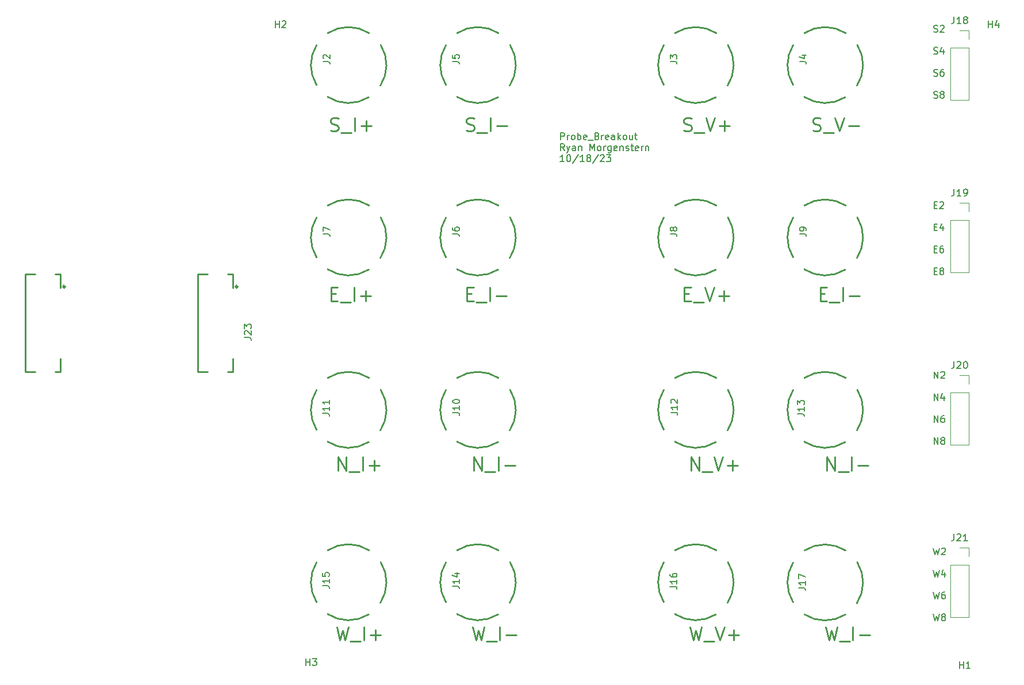
<source format=gbr>
%TF.GenerationSoftware,KiCad,Pcbnew,7.0.2*%
%TF.CreationDate,2023-12-04T15:43:01-07:00*%
%TF.ProjectId,LED_Probe_Breakout,4c45445f-5072-46f6-9265-5f427265616b,rev?*%
%TF.SameCoordinates,Original*%
%TF.FileFunction,Legend,Top*%
%TF.FilePolarity,Positive*%
%FSLAX46Y46*%
G04 Gerber Fmt 4.6, Leading zero omitted, Abs format (unit mm)*
G04 Created by KiCad (PCBNEW 7.0.2) date 2023-12-04 15:43:01*
%MOMM*%
%LPD*%
G01*
G04 APERTURE LIST*
%ADD10C,0.150000*%
%ADD11C,0.250000*%
%ADD12C,0.254000*%
%ADD13C,0.300000*%
%ADD14C,0.120000*%
%ADD15R,1.250000X0.300000*%
%ADD16R,2.500000X2.000000*%
%ADD17C,1.800000*%
%ADD18C,2.300000*%
%ADD19C,6.000000*%
%ADD20R,1.700000X1.700000*%
%ADD21O,1.700000X1.700000*%
G04 APERTURE END LIST*
D10*
X51142857Y-71157619D02*
X51380952Y-72157619D01*
X51380952Y-72157619D02*
X51571428Y-71443333D01*
X51571428Y-71443333D02*
X51761904Y-72157619D01*
X51761904Y-72157619D02*
X52000000Y-71157619D01*
X52333333Y-71252857D02*
X52380952Y-71205238D01*
X52380952Y-71205238D02*
X52476190Y-71157619D01*
X52476190Y-71157619D02*
X52714285Y-71157619D01*
X52714285Y-71157619D02*
X52809523Y-71205238D01*
X52809523Y-71205238D02*
X52857142Y-71252857D01*
X52857142Y-71252857D02*
X52904761Y-71348095D01*
X52904761Y-71348095D02*
X52904761Y-71443333D01*
X52904761Y-71443333D02*
X52857142Y-71586190D01*
X52857142Y-71586190D02*
X52285714Y-72157619D01*
X52285714Y-72157619D02*
X52904761Y-72157619D01*
X51142857Y-74397619D02*
X51380952Y-75397619D01*
X51380952Y-75397619D02*
X51571428Y-74683333D01*
X51571428Y-74683333D02*
X51761904Y-75397619D01*
X51761904Y-75397619D02*
X52000000Y-74397619D01*
X52809523Y-74730952D02*
X52809523Y-75397619D01*
X52571428Y-74350000D02*
X52333333Y-75064285D01*
X52333333Y-75064285D02*
X52952380Y-75064285D01*
X51142857Y-77637619D02*
X51380952Y-78637619D01*
X51380952Y-78637619D02*
X51571428Y-77923333D01*
X51571428Y-77923333D02*
X51761904Y-78637619D01*
X51761904Y-78637619D02*
X52000000Y-77637619D01*
X52809523Y-77637619D02*
X52619047Y-77637619D01*
X52619047Y-77637619D02*
X52523809Y-77685238D01*
X52523809Y-77685238D02*
X52476190Y-77732857D01*
X52476190Y-77732857D02*
X52380952Y-77875714D01*
X52380952Y-77875714D02*
X52333333Y-78066190D01*
X52333333Y-78066190D02*
X52333333Y-78447142D01*
X52333333Y-78447142D02*
X52380952Y-78542380D01*
X52380952Y-78542380D02*
X52428571Y-78590000D01*
X52428571Y-78590000D02*
X52523809Y-78637619D01*
X52523809Y-78637619D02*
X52714285Y-78637619D01*
X52714285Y-78637619D02*
X52809523Y-78590000D01*
X52809523Y-78590000D02*
X52857142Y-78542380D01*
X52857142Y-78542380D02*
X52904761Y-78447142D01*
X52904761Y-78447142D02*
X52904761Y-78209047D01*
X52904761Y-78209047D02*
X52857142Y-78113809D01*
X52857142Y-78113809D02*
X52809523Y-78066190D01*
X52809523Y-78066190D02*
X52714285Y-78018571D01*
X52714285Y-78018571D02*
X52523809Y-78018571D01*
X52523809Y-78018571D02*
X52428571Y-78066190D01*
X52428571Y-78066190D02*
X52380952Y-78113809D01*
X52380952Y-78113809D02*
X52333333Y-78209047D01*
X51142857Y-80877619D02*
X51380952Y-81877619D01*
X51380952Y-81877619D02*
X51571428Y-81163333D01*
X51571428Y-81163333D02*
X51761904Y-81877619D01*
X51761904Y-81877619D02*
X52000000Y-80877619D01*
X52523809Y-81306190D02*
X52428571Y-81258571D01*
X52428571Y-81258571D02*
X52380952Y-81210952D01*
X52380952Y-81210952D02*
X52333333Y-81115714D01*
X52333333Y-81115714D02*
X52333333Y-81068095D01*
X52333333Y-81068095D02*
X52380952Y-80972857D01*
X52380952Y-80972857D02*
X52428571Y-80925238D01*
X52428571Y-80925238D02*
X52523809Y-80877619D01*
X52523809Y-80877619D02*
X52714285Y-80877619D01*
X52714285Y-80877619D02*
X52809523Y-80925238D01*
X52809523Y-80925238D02*
X52857142Y-80972857D01*
X52857142Y-80972857D02*
X52904761Y-81068095D01*
X52904761Y-81068095D02*
X52904761Y-81115714D01*
X52904761Y-81115714D02*
X52857142Y-81210952D01*
X52857142Y-81210952D02*
X52809523Y-81258571D01*
X52809523Y-81258571D02*
X52714285Y-81306190D01*
X52714285Y-81306190D02*
X52523809Y-81306190D01*
X52523809Y-81306190D02*
X52428571Y-81353809D01*
X52428571Y-81353809D02*
X52380952Y-81401428D01*
X52380952Y-81401428D02*
X52333333Y-81496666D01*
X52333333Y-81496666D02*
X52333333Y-81687142D01*
X52333333Y-81687142D02*
X52380952Y-81782380D01*
X52380952Y-81782380D02*
X52428571Y-81830000D01*
X52428571Y-81830000D02*
X52523809Y-81877619D01*
X52523809Y-81877619D02*
X52714285Y-81877619D01*
X52714285Y-81877619D02*
X52809523Y-81830000D01*
X52809523Y-81830000D02*
X52857142Y-81782380D01*
X52857142Y-81782380D02*
X52904761Y-81687142D01*
X52904761Y-81687142D02*
X52904761Y-81496666D01*
X52904761Y-81496666D02*
X52857142Y-81401428D01*
X52857142Y-81401428D02*
X52809523Y-81353809D01*
X52809523Y-81353809D02*
X52714285Y-81306190D01*
D11*
X-37619047Y-9660000D02*
X-37333333Y-9755238D01*
X-37333333Y-9755238D02*
X-36857142Y-9755238D01*
X-36857142Y-9755238D02*
X-36666666Y-9660000D01*
X-36666666Y-9660000D02*
X-36571428Y-9564761D01*
X-36571428Y-9564761D02*
X-36476190Y-9374285D01*
X-36476190Y-9374285D02*
X-36476190Y-9183809D01*
X-36476190Y-9183809D02*
X-36571428Y-8993333D01*
X-36571428Y-8993333D02*
X-36666666Y-8898095D01*
X-36666666Y-8898095D02*
X-36857142Y-8802857D01*
X-36857142Y-8802857D02*
X-37238095Y-8707619D01*
X-37238095Y-8707619D02*
X-37428571Y-8612380D01*
X-37428571Y-8612380D02*
X-37523809Y-8517142D01*
X-37523809Y-8517142D02*
X-37619047Y-8326666D01*
X-37619047Y-8326666D02*
X-37619047Y-8136190D01*
X-37619047Y-8136190D02*
X-37523809Y-7945714D01*
X-37523809Y-7945714D02*
X-37428571Y-7850476D01*
X-37428571Y-7850476D02*
X-37238095Y-7755238D01*
X-37238095Y-7755238D02*
X-36761904Y-7755238D01*
X-36761904Y-7755238D02*
X-36476190Y-7850476D01*
X-36095238Y-9945714D02*
X-34571428Y-9945714D01*
X-34095237Y-9755238D02*
X-34095237Y-7755238D01*
X-33142856Y-8993333D02*
X-31619047Y-8993333D01*
X-32380951Y-9755238D02*
X-32380951Y-8231428D01*
X35285714Y-82755238D02*
X35761904Y-84755238D01*
X35761904Y-84755238D02*
X36142857Y-83326666D01*
X36142857Y-83326666D02*
X36523809Y-84755238D01*
X36523809Y-84755238D02*
X37000000Y-82755238D01*
X37285714Y-84945714D02*
X38809523Y-84945714D01*
X39285714Y-84755238D02*
X39285714Y-82755238D01*
X40238095Y-83993333D02*
X41761905Y-83993333D01*
D10*
X51238095Y-46157619D02*
X51238095Y-45157619D01*
X51238095Y-45157619D02*
X51809523Y-46157619D01*
X51809523Y-46157619D02*
X51809523Y-45157619D01*
X52238095Y-45252857D02*
X52285714Y-45205238D01*
X52285714Y-45205238D02*
X52380952Y-45157619D01*
X52380952Y-45157619D02*
X52619047Y-45157619D01*
X52619047Y-45157619D02*
X52714285Y-45205238D01*
X52714285Y-45205238D02*
X52761904Y-45252857D01*
X52761904Y-45252857D02*
X52809523Y-45348095D01*
X52809523Y-45348095D02*
X52809523Y-45443333D01*
X52809523Y-45443333D02*
X52761904Y-45586190D01*
X52761904Y-45586190D02*
X52190476Y-46157619D01*
X52190476Y-46157619D02*
X52809523Y-46157619D01*
X51238095Y-49397619D02*
X51238095Y-48397619D01*
X51238095Y-48397619D02*
X51809523Y-49397619D01*
X51809523Y-49397619D02*
X51809523Y-48397619D01*
X52714285Y-48730952D02*
X52714285Y-49397619D01*
X52476190Y-48350000D02*
X52238095Y-49064285D01*
X52238095Y-49064285D02*
X52857142Y-49064285D01*
X51238095Y-52637619D02*
X51238095Y-51637619D01*
X51238095Y-51637619D02*
X51809523Y-52637619D01*
X51809523Y-52637619D02*
X51809523Y-51637619D01*
X52714285Y-51637619D02*
X52523809Y-51637619D01*
X52523809Y-51637619D02*
X52428571Y-51685238D01*
X52428571Y-51685238D02*
X52380952Y-51732857D01*
X52380952Y-51732857D02*
X52285714Y-51875714D01*
X52285714Y-51875714D02*
X52238095Y-52066190D01*
X52238095Y-52066190D02*
X52238095Y-52447142D01*
X52238095Y-52447142D02*
X52285714Y-52542380D01*
X52285714Y-52542380D02*
X52333333Y-52590000D01*
X52333333Y-52590000D02*
X52428571Y-52637619D01*
X52428571Y-52637619D02*
X52619047Y-52637619D01*
X52619047Y-52637619D02*
X52714285Y-52590000D01*
X52714285Y-52590000D02*
X52761904Y-52542380D01*
X52761904Y-52542380D02*
X52809523Y-52447142D01*
X52809523Y-52447142D02*
X52809523Y-52209047D01*
X52809523Y-52209047D02*
X52761904Y-52113809D01*
X52761904Y-52113809D02*
X52714285Y-52066190D01*
X52714285Y-52066190D02*
X52619047Y-52018571D01*
X52619047Y-52018571D02*
X52428571Y-52018571D01*
X52428571Y-52018571D02*
X52333333Y-52066190D01*
X52333333Y-52066190D02*
X52285714Y-52113809D01*
X52285714Y-52113809D02*
X52238095Y-52209047D01*
X51238095Y-55877619D02*
X51238095Y-54877619D01*
X51238095Y-54877619D02*
X51809523Y-55877619D01*
X51809523Y-55877619D02*
X51809523Y-54877619D01*
X52428571Y-55306190D02*
X52333333Y-55258571D01*
X52333333Y-55258571D02*
X52285714Y-55210952D01*
X52285714Y-55210952D02*
X52238095Y-55115714D01*
X52238095Y-55115714D02*
X52238095Y-55068095D01*
X52238095Y-55068095D02*
X52285714Y-54972857D01*
X52285714Y-54972857D02*
X52333333Y-54925238D01*
X52333333Y-54925238D02*
X52428571Y-54877619D01*
X52428571Y-54877619D02*
X52619047Y-54877619D01*
X52619047Y-54877619D02*
X52714285Y-54925238D01*
X52714285Y-54925238D02*
X52761904Y-54972857D01*
X52761904Y-54972857D02*
X52809523Y-55068095D01*
X52809523Y-55068095D02*
X52809523Y-55115714D01*
X52809523Y-55115714D02*
X52761904Y-55210952D01*
X52761904Y-55210952D02*
X52714285Y-55258571D01*
X52714285Y-55258571D02*
X52619047Y-55306190D01*
X52619047Y-55306190D02*
X52428571Y-55306190D01*
X52428571Y-55306190D02*
X52333333Y-55353809D01*
X52333333Y-55353809D02*
X52285714Y-55401428D01*
X52285714Y-55401428D02*
X52238095Y-55496666D01*
X52238095Y-55496666D02*
X52238095Y-55687142D01*
X52238095Y-55687142D02*
X52285714Y-55782380D01*
X52285714Y-55782380D02*
X52333333Y-55830000D01*
X52333333Y-55830000D02*
X52428571Y-55877619D01*
X52428571Y-55877619D02*
X52619047Y-55877619D01*
X52619047Y-55877619D02*
X52714285Y-55830000D01*
X52714285Y-55830000D02*
X52761904Y-55782380D01*
X52761904Y-55782380D02*
X52809523Y-55687142D01*
X52809523Y-55687142D02*
X52809523Y-55496666D01*
X52809523Y-55496666D02*
X52761904Y-55401428D01*
X52761904Y-55401428D02*
X52714285Y-55353809D01*
X52714285Y-55353809D02*
X52619047Y-55306190D01*
X51238095Y-20633809D02*
X51571428Y-20633809D01*
X51714285Y-21157619D02*
X51238095Y-21157619D01*
X51238095Y-21157619D02*
X51238095Y-20157619D01*
X51238095Y-20157619D02*
X51714285Y-20157619D01*
X52095238Y-20252857D02*
X52142857Y-20205238D01*
X52142857Y-20205238D02*
X52238095Y-20157619D01*
X52238095Y-20157619D02*
X52476190Y-20157619D01*
X52476190Y-20157619D02*
X52571428Y-20205238D01*
X52571428Y-20205238D02*
X52619047Y-20252857D01*
X52619047Y-20252857D02*
X52666666Y-20348095D01*
X52666666Y-20348095D02*
X52666666Y-20443333D01*
X52666666Y-20443333D02*
X52619047Y-20586190D01*
X52619047Y-20586190D02*
X52047619Y-21157619D01*
X52047619Y-21157619D02*
X52666666Y-21157619D01*
X51238095Y-23873809D02*
X51571428Y-23873809D01*
X51714285Y-24397619D02*
X51238095Y-24397619D01*
X51238095Y-24397619D02*
X51238095Y-23397619D01*
X51238095Y-23397619D02*
X51714285Y-23397619D01*
X52571428Y-23730952D02*
X52571428Y-24397619D01*
X52333333Y-23350000D02*
X52095238Y-24064285D01*
X52095238Y-24064285D02*
X52714285Y-24064285D01*
X51238095Y-27113809D02*
X51571428Y-27113809D01*
X51714285Y-27637619D02*
X51238095Y-27637619D01*
X51238095Y-27637619D02*
X51238095Y-26637619D01*
X51238095Y-26637619D02*
X51714285Y-26637619D01*
X52571428Y-26637619D02*
X52380952Y-26637619D01*
X52380952Y-26637619D02*
X52285714Y-26685238D01*
X52285714Y-26685238D02*
X52238095Y-26732857D01*
X52238095Y-26732857D02*
X52142857Y-26875714D01*
X52142857Y-26875714D02*
X52095238Y-27066190D01*
X52095238Y-27066190D02*
X52095238Y-27447142D01*
X52095238Y-27447142D02*
X52142857Y-27542380D01*
X52142857Y-27542380D02*
X52190476Y-27590000D01*
X52190476Y-27590000D02*
X52285714Y-27637619D01*
X52285714Y-27637619D02*
X52476190Y-27637619D01*
X52476190Y-27637619D02*
X52571428Y-27590000D01*
X52571428Y-27590000D02*
X52619047Y-27542380D01*
X52619047Y-27542380D02*
X52666666Y-27447142D01*
X52666666Y-27447142D02*
X52666666Y-27209047D01*
X52666666Y-27209047D02*
X52619047Y-27113809D01*
X52619047Y-27113809D02*
X52571428Y-27066190D01*
X52571428Y-27066190D02*
X52476190Y-27018571D01*
X52476190Y-27018571D02*
X52285714Y-27018571D01*
X52285714Y-27018571D02*
X52190476Y-27066190D01*
X52190476Y-27066190D02*
X52142857Y-27113809D01*
X52142857Y-27113809D02*
X52095238Y-27209047D01*
X51238095Y-30353809D02*
X51571428Y-30353809D01*
X51714285Y-30877619D02*
X51238095Y-30877619D01*
X51238095Y-30877619D02*
X51238095Y-29877619D01*
X51238095Y-29877619D02*
X51714285Y-29877619D01*
X52285714Y-30306190D02*
X52190476Y-30258571D01*
X52190476Y-30258571D02*
X52142857Y-30210952D01*
X52142857Y-30210952D02*
X52095238Y-30115714D01*
X52095238Y-30115714D02*
X52095238Y-30068095D01*
X52095238Y-30068095D02*
X52142857Y-29972857D01*
X52142857Y-29972857D02*
X52190476Y-29925238D01*
X52190476Y-29925238D02*
X52285714Y-29877619D01*
X52285714Y-29877619D02*
X52476190Y-29877619D01*
X52476190Y-29877619D02*
X52571428Y-29925238D01*
X52571428Y-29925238D02*
X52619047Y-29972857D01*
X52619047Y-29972857D02*
X52666666Y-30068095D01*
X52666666Y-30068095D02*
X52666666Y-30115714D01*
X52666666Y-30115714D02*
X52619047Y-30210952D01*
X52619047Y-30210952D02*
X52571428Y-30258571D01*
X52571428Y-30258571D02*
X52476190Y-30306190D01*
X52476190Y-30306190D02*
X52285714Y-30306190D01*
X52285714Y-30306190D02*
X52190476Y-30353809D01*
X52190476Y-30353809D02*
X52142857Y-30401428D01*
X52142857Y-30401428D02*
X52095238Y-30496666D01*
X52095238Y-30496666D02*
X52095238Y-30687142D01*
X52095238Y-30687142D02*
X52142857Y-30782380D01*
X52142857Y-30782380D02*
X52190476Y-30830000D01*
X52190476Y-30830000D02*
X52285714Y-30877619D01*
X52285714Y-30877619D02*
X52476190Y-30877619D01*
X52476190Y-30877619D02*
X52571428Y-30830000D01*
X52571428Y-30830000D02*
X52619047Y-30782380D01*
X52619047Y-30782380D02*
X52666666Y-30687142D01*
X52666666Y-30687142D02*
X52666666Y-30496666D01*
X52666666Y-30496666D02*
X52619047Y-30401428D01*
X52619047Y-30401428D02*
X52571428Y-30353809D01*
X52571428Y-30353809D02*
X52476190Y-30306190D01*
D11*
X-17523809Y-33707619D02*
X-16857142Y-33707619D01*
X-16571428Y-34755238D02*
X-17523809Y-34755238D01*
X-17523809Y-34755238D02*
X-17523809Y-32755238D01*
X-17523809Y-32755238D02*
X-16571428Y-32755238D01*
X-16190476Y-34945714D02*
X-14666666Y-34945714D01*
X-14190475Y-34755238D02*
X-14190475Y-32755238D01*
X-13238094Y-33993333D02*
X-11714285Y-33993333D01*
X-16714285Y-82755238D02*
X-16238095Y-84755238D01*
X-16238095Y-84755238D02*
X-15857142Y-83326666D01*
X-15857142Y-83326666D02*
X-15476190Y-84755238D01*
X-15476190Y-84755238D02*
X-15000000Y-82755238D01*
X-14714286Y-84945714D02*
X-13190476Y-84945714D01*
X-12714285Y-84755238D02*
X-12714285Y-82755238D01*
X-11761904Y-83993333D02*
X-10238095Y-83993333D01*
X-17619047Y-9660000D02*
X-17333333Y-9755238D01*
X-17333333Y-9755238D02*
X-16857142Y-9755238D01*
X-16857142Y-9755238D02*
X-16666666Y-9660000D01*
X-16666666Y-9660000D02*
X-16571428Y-9564761D01*
X-16571428Y-9564761D02*
X-16476190Y-9374285D01*
X-16476190Y-9374285D02*
X-16476190Y-9183809D01*
X-16476190Y-9183809D02*
X-16571428Y-8993333D01*
X-16571428Y-8993333D02*
X-16666666Y-8898095D01*
X-16666666Y-8898095D02*
X-16857142Y-8802857D01*
X-16857142Y-8802857D02*
X-17238095Y-8707619D01*
X-17238095Y-8707619D02*
X-17428571Y-8612380D01*
X-17428571Y-8612380D02*
X-17523809Y-8517142D01*
X-17523809Y-8517142D02*
X-17619047Y-8326666D01*
X-17619047Y-8326666D02*
X-17619047Y-8136190D01*
X-17619047Y-8136190D02*
X-17523809Y-7945714D01*
X-17523809Y-7945714D02*
X-17428571Y-7850476D01*
X-17428571Y-7850476D02*
X-17238095Y-7755238D01*
X-17238095Y-7755238D02*
X-16761904Y-7755238D01*
X-16761904Y-7755238D02*
X-16476190Y-7850476D01*
X-16095238Y-9945714D02*
X-14571428Y-9945714D01*
X-14095237Y-9755238D02*
X-14095237Y-7755238D01*
X-13142856Y-8993333D02*
X-11619047Y-8993333D01*
X14380952Y-9660000D02*
X14666666Y-9755238D01*
X14666666Y-9755238D02*
X15142857Y-9755238D01*
X15142857Y-9755238D02*
X15333333Y-9660000D01*
X15333333Y-9660000D02*
X15428571Y-9564761D01*
X15428571Y-9564761D02*
X15523809Y-9374285D01*
X15523809Y-9374285D02*
X15523809Y-9183809D01*
X15523809Y-9183809D02*
X15428571Y-8993333D01*
X15428571Y-8993333D02*
X15333333Y-8898095D01*
X15333333Y-8898095D02*
X15142857Y-8802857D01*
X15142857Y-8802857D02*
X14761904Y-8707619D01*
X14761904Y-8707619D02*
X14571428Y-8612380D01*
X14571428Y-8612380D02*
X14476190Y-8517142D01*
X14476190Y-8517142D02*
X14380952Y-8326666D01*
X14380952Y-8326666D02*
X14380952Y-8136190D01*
X14380952Y-8136190D02*
X14476190Y-7945714D01*
X14476190Y-7945714D02*
X14571428Y-7850476D01*
X14571428Y-7850476D02*
X14761904Y-7755238D01*
X14761904Y-7755238D02*
X15238095Y-7755238D01*
X15238095Y-7755238D02*
X15523809Y-7850476D01*
X15904762Y-9945714D02*
X17428571Y-9945714D01*
X17619048Y-7755238D02*
X18285714Y-9755238D01*
X18285714Y-9755238D02*
X18952381Y-7755238D01*
X19619048Y-8993333D02*
X21142858Y-8993333D01*
X20380953Y-9755238D02*
X20380953Y-8231428D01*
X-36523809Y-59755238D02*
X-36523809Y-57755238D01*
X-36523809Y-57755238D02*
X-35380952Y-59755238D01*
X-35380952Y-59755238D02*
X-35380952Y-57755238D01*
X-34904762Y-59945714D02*
X-33380952Y-59945714D01*
X-32904761Y-59755238D02*
X-32904761Y-57755238D01*
X-31952380Y-58993333D02*
X-30428571Y-58993333D01*
X-31190475Y-59755238D02*
X-31190475Y-58231428D01*
X-36714285Y-82755238D02*
X-36238095Y-84755238D01*
X-36238095Y-84755238D02*
X-35857142Y-83326666D01*
X-35857142Y-83326666D02*
X-35476190Y-84755238D01*
X-35476190Y-84755238D02*
X-35000000Y-82755238D01*
X-34714286Y-84945714D02*
X-33190476Y-84945714D01*
X-32714285Y-84755238D02*
X-32714285Y-82755238D01*
X-31761904Y-83993333D02*
X-30238095Y-83993333D01*
X-30999999Y-84755238D02*
X-30999999Y-83231428D01*
X33380952Y-9660000D02*
X33666666Y-9755238D01*
X33666666Y-9755238D02*
X34142857Y-9755238D01*
X34142857Y-9755238D02*
X34333333Y-9660000D01*
X34333333Y-9660000D02*
X34428571Y-9564761D01*
X34428571Y-9564761D02*
X34523809Y-9374285D01*
X34523809Y-9374285D02*
X34523809Y-9183809D01*
X34523809Y-9183809D02*
X34428571Y-8993333D01*
X34428571Y-8993333D02*
X34333333Y-8898095D01*
X34333333Y-8898095D02*
X34142857Y-8802857D01*
X34142857Y-8802857D02*
X33761904Y-8707619D01*
X33761904Y-8707619D02*
X33571428Y-8612380D01*
X33571428Y-8612380D02*
X33476190Y-8517142D01*
X33476190Y-8517142D02*
X33380952Y-8326666D01*
X33380952Y-8326666D02*
X33380952Y-8136190D01*
X33380952Y-8136190D02*
X33476190Y-7945714D01*
X33476190Y-7945714D02*
X33571428Y-7850476D01*
X33571428Y-7850476D02*
X33761904Y-7755238D01*
X33761904Y-7755238D02*
X34238095Y-7755238D01*
X34238095Y-7755238D02*
X34523809Y-7850476D01*
X34904762Y-9945714D02*
X36428571Y-9945714D01*
X36619048Y-7755238D02*
X37285714Y-9755238D01*
X37285714Y-9755238D02*
X37952381Y-7755238D01*
X38619048Y-8993333D02*
X40142858Y-8993333D01*
X34476190Y-33707619D02*
X35142857Y-33707619D01*
X35428571Y-34755238D02*
X34476190Y-34755238D01*
X34476190Y-34755238D02*
X34476190Y-32755238D01*
X34476190Y-32755238D02*
X35428571Y-32755238D01*
X35809524Y-34945714D02*
X37333333Y-34945714D01*
X37809524Y-34755238D02*
X37809524Y-32755238D01*
X38761905Y-33993333D02*
X40285715Y-33993333D01*
X14476190Y-33707619D02*
X15142857Y-33707619D01*
X15428571Y-34755238D02*
X14476190Y-34755238D01*
X14476190Y-34755238D02*
X14476190Y-32755238D01*
X14476190Y-32755238D02*
X15428571Y-32755238D01*
X15809524Y-34945714D02*
X17333333Y-34945714D01*
X17523810Y-32755238D02*
X18190476Y-34755238D01*
X18190476Y-34755238D02*
X18857143Y-32755238D01*
X19523810Y-33993333D02*
X21047620Y-33993333D01*
X20285715Y-34755238D02*
X20285715Y-33231428D01*
X-16523809Y-59755238D02*
X-16523809Y-57755238D01*
X-16523809Y-57755238D02*
X-15380952Y-59755238D01*
X-15380952Y-59755238D02*
X-15380952Y-57755238D01*
X-14904762Y-59945714D02*
X-13380952Y-59945714D01*
X-12904761Y-59755238D02*
X-12904761Y-57755238D01*
X-11952380Y-58993333D02*
X-10428571Y-58993333D01*
D10*
X-3761904Y-10987619D02*
X-3761904Y-9987619D01*
X-3761904Y-9987619D02*
X-3380952Y-9987619D01*
X-3380952Y-9987619D02*
X-3285714Y-10035238D01*
X-3285714Y-10035238D02*
X-3238095Y-10082857D01*
X-3238095Y-10082857D02*
X-3190476Y-10178095D01*
X-3190476Y-10178095D02*
X-3190476Y-10320952D01*
X-3190476Y-10320952D02*
X-3238095Y-10416190D01*
X-3238095Y-10416190D02*
X-3285714Y-10463809D01*
X-3285714Y-10463809D02*
X-3380952Y-10511428D01*
X-3380952Y-10511428D02*
X-3761904Y-10511428D01*
X-2761904Y-10987619D02*
X-2761904Y-10320952D01*
X-2761904Y-10511428D02*
X-2714285Y-10416190D01*
X-2714285Y-10416190D02*
X-2666666Y-10368571D01*
X-2666666Y-10368571D02*
X-2571428Y-10320952D01*
X-2571428Y-10320952D02*
X-2476190Y-10320952D01*
X-1999999Y-10987619D02*
X-2095237Y-10940000D01*
X-2095237Y-10940000D02*
X-2142856Y-10892380D01*
X-2142856Y-10892380D02*
X-2190475Y-10797142D01*
X-2190475Y-10797142D02*
X-2190475Y-10511428D01*
X-2190475Y-10511428D02*
X-2142856Y-10416190D01*
X-2142856Y-10416190D02*
X-2095237Y-10368571D01*
X-2095237Y-10368571D02*
X-1999999Y-10320952D01*
X-1999999Y-10320952D02*
X-1857142Y-10320952D01*
X-1857142Y-10320952D02*
X-1761904Y-10368571D01*
X-1761904Y-10368571D02*
X-1714285Y-10416190D01*
X-1714285Y-10416190D02*
X-1666666Y-10511428D01*
X-1666666Y-10511428D02*
X-1666666Y-10797142D01*
X-1666666Y-10797142D02*
X-1714285Y-10892380D01*
X-1714285Y-10892380D02*
X-1761904Y-10940000D01*
X-1761904Y-10940000D02*
X-1857142Y-10987619D01*
X-1857142Y-10987619D02*
X-1999999Y-10987619D01*
X-1238094Y-10987619D02*
X-1238094Y-9987619D01*
X-1238094Y-10368571D02*
X-1142856Y-10320952D01*
X-1142856Y-10320952D02*
X-952380Y-10320952D01*
X-952380Y-10320952D02*
X-857142Y-10368571D01*
X-857142Y-10368571D02*
X-809523Y-10416190D01*
X-809523Y-10416190D02*
X-761904Y-10511428D01*
X-761904Y-10511428D02*
X-761904Y-10797142D01*
X-761904Y-10797142D02*
X-809523Y-10892380D01*
X-809523Y-10892380D02*
X-857142Y-10940000D01*
X-857142Y-10940000D02*
X-952380Y-10987619D01*
X-952380Y-10987619D02*
X-1142856Y-10987619D01*
X-1142856Y-10987619D02*
X-1238094Y-10940000D01*
X47619Y-10940000D02*
X-47618Y-10987619D01*
X-47618Y-10987619D02*
X-238094Y-10987619D01*
X-238094Y-10987619D02*
X-333332Y-10940000D01*
X-333332Y-10940000D02*
X-380951Y-10844761D01*
X-380951Y-10844761D02*
X-380951Y-10463809D01*
X-380951Y-10463809D02*
X-333332Y-10368571D01*
X-333332Y-10368571D02*
X-238094Y-10320952D01*
X-238094Y-10320952D02*
X-47618Y-10320952D01*
X-47618Y-10320952D02*
X47619Y-10368571D01*
X47619Y-10368571D02*
X95238Y-10463809D01*
X95238Y-10463809D02*
X95238Y-10559047D01*
X95238Y-10559047D02*
X-380951Y-10654285D01*
X285715Y-11082857D02*
X1047619Y-11082857D01*
X1619048Y-10463809D02*
X1761905Y-10511428D01*
X1761905Y-10511428D02*
X1809524Y-10559047D01*
X1809524Y-10559047D02*
X1857143Y-10654285D01*
X1857143Y-10654285D02*
X1857143Y-10797142D01*
X1857143Y-10797142D02*
X1809524Y-10892380D01*
X1809524Y-10892380D02*
X1761905Y-10940000D01*
X1761905Y-10940000D02*
X1666667Y-10987619D01*
X1666667Y-10987619D02*
X1285715Y-10987619D01*
X1285715Y-10987619D02*
X1285715Y-9987619D01*
X1285715Y-9987619D02*
X1619048Y-9987619D01*
X1619048Y-9987619D02*
X1714286Y-10035238D01*
X1714286Y-10035238D02*
X1761905Y-10082857D01*
X1761905Y-10082857D02*
X1809524Y-10178095D01*
X1809524Y-10178095D02*
X1809524Y-10273333D01*
X1809524Y-10273333D02*
X1761905Y-10368571D01*
X1761905Y-10368571D02*
X1714286Y-10416190D01*
X1714286Y-10416190D02*
X1619048Y-10463809D01*
X1619048Y-10463809D02*
X1285715Y-10463809D01*
X2285715Y-10987619D02*
X2285715Y-10320952D01*
X2285715Y-10511428D02*
X2333334Y-10416190D01*
X2333334Y-10416190D02*
X2380953Y-10368571D01*
X2380953Y-10368571D02*
X2476191Y-10320952D01*
X2476191Y-10320952D02*
X2571429Y-10320952D01*
X3285715Y-10940000D02*
X3190477Y-10987619D01*
X3190477Y-10987619D02*
X3000001Y-10987619D01*
X3000001Y-10987619D02*
X2904763Y-10940000D01*
X2904763Y-10940000D02*
X2857144Y-10844761D01*
X2857144Y-10844761D02*
X2857144Y-10463809D01*
X2857144Y-10463809D02*
X2904763Y-10368571D01*
X2904763Y-10368571D02*
X3000001Y-10320952D01*
X3000001Y-10320952D02*
X3190477Y-10320952D01*
X3190477Y-10320952D02*
X3285715Y-10368571D01*
X3285715Y-10368571D02*
X3333334Y-10463809D01*
X3333334Y-10463809D02*
X3333334Y-10559047D01*
X3333334Y-10559047D02*
X2857144Y-10654285D01*
X4190477Y-10987619D02*
X4190477Y-10463809D01*
X4190477Y-10463809D02*
X4142858Y-10368571D01*
X4142858Y-10368571D02*
X4047620Y-10320952D01*
X4047620Y-10320952D02*
X3857144Y-10320952D01*
X3857144Y-10320952D02*
X3761906Y-10368571D01*
X4190477Y-10940000D02*
X4095239Y-10987619D01*
X4095239Y-10987619D02*
X3857144Y-10987619D01*
X3857144Y-10987619D02*
X3761906Y-10940000D01*
X3761906Y-10940000D02*
X3714287Y-10844761D01*
X3714287Y-10844761D02*
X3714287Y-10749523D01*
X3714287Y-10749523D02*
X3761906Y-10654285D01*
X3761906Y-10654285D02*
X3857144Y-10606666D01*
X3857144Y-10606666D02*
X4095239Y-10606666D01*
X4095239Y-10606666D02*
X4190477Y-10559047D01*
X4666668Y-10987619D02*
X4666668Y-9987619D01*
X4761906Y-10606666D02*
X5047620Y-10987619D01*
X5047620Y-10320952D02*
X4666668Y-10701904D01*
X5619049Y-10987619D02*
X5523811Y-10940000D01*
X5523811Y-10940000D02*
X5476192Y-10892380D01*
X5476192Y-10892380D02*
X5428573Y-10797142D01*
X5428573Y-10797142D02*
X5428573Y-10511428D01*
X5428573Y-10511428D02*
X5476192Y-10416190D01*
X5476192Y-10416190D02*
X5523811Y-10368571D01*
X5523811Y-10368571D02*
X5619049Y-10320952D01*
X5619049Y-10320952D02*
X5761906Y-10320952D01*
X5761906Y-10320952D02*
X5857144Y-10368571D01*
X5857144Y-10368571D02*
X5904763Y-10416190D01*
X5904763Y-10416190D02*
X5952382Y-10511428D01*
X5952382Y-10511428D02*
X5952382Y-10797142D01*
X5952382Y-10797142D02*
X5904763Y-10892380D01*
X5904763Y-10892380D02*
X5857144Y-10940000D01*
X5857144Y-10940000D02*
X5761906Y-10987619D01*
X5761906Y-10987619D02*
X5619049Y-10987619D01*
X6809525Y-10320952D02*
X6809525Y-10987619D01*
X6380954Y-10320952D02*
X6380954Y-10844761D01*
X6380954Y-10844761D02*
X6428573Y-10940000D01*
X6428573Y-10940000D02*
X6523811Y-10987619D01*
X6523811Y-10987619D02*
X6666668Y-10987619D01*
X6666668Y-10987619D02*
X6761906Y-10940000D01*
X6761906Y-10940000D02*
X6809525Y-10892380D01*
X7142859Y-10320952D02*
X7523811Y-10320952D01*
X7285716Y-9987619D02*
X7285716Y-10844761D01*
X7285716Y-10844761D02*
X7333335Y-10940000D01*
X7333335Y-10940000D02*
X7428573Y-10987619D01*
X7428573Y-10987619D02*
X7523811Y-10987619D01*
X-3190476Y-12607619D02*
X-3523809Y-12131428D01*
X-3761904Y-12607619D02*
X-3761904Y-11607619D01*
X-3761904Y-11607619D02*
X-3380952Y-11607619D01*
X-3380952Y-11607619D02*
X-3285714Y-11655238D01*
X-3285714Y-11655238D02*
X-3238095Y-11702857D01*
X-3238095Y-11702857D02*
X-3190476Y-11798095D01*
X-3190476Y-11798095D02*
X-3190476Y-11940952D01*
X-3190476Y-11940952D02*
X-3238095Y-12036190D01*
X-3238095Y-12036190D02*
X-3285714Y-12083809D01*
X-3285714Y-12083809D02*
X-3380952Y-12131428D01*
X-3380952Y-12131428D02*
X-3761904Y-12131428D01*
X-2857142Y-11940952D02*
X-2619047Y-12607619D01*
X-2380952Y-11940952D02*
X-2619047Y-12607619D01*
X-2619047Y-12607619D02*
X-2714285Y-12845714D01*
X-2714285Y-12845714D02*
X-2761904Y-12893333D01*
X-2761904Y-12893333D02*
X-2857142Y-12940952D01*
X-1571428Y-12607619D02*
X-1571428Y-12083809D01*
X-1571428Y-12083809D02*
X-1619047Y-11988571D01*
X-1619047Y-11988571D02*
X-1714285Y-11940952D01*
X-1714285Y-11940952D02*
X-1904761Y-11940952D01*
X-1904761Y-11940952D02*
X-1999999Y-11988571D01*
X-1571428Y-12560000D02*
X-1666666Y-12607619D01*
X-1666666Y-12607619D02*
X-1904761Y-12607619D01*
X-1904761Y-12607619D02*
X-1999999Y-12560000D01*
X-1999999Y-12560000D02*
X-2047618Y-12464761D01*
X-2047618Y-12464761D02*
X-2047618Y-12369523D01*
X-2047618Y-12369523D02*
X-1999999Y-12274285D01*
X-1999999Y-12274285D02*
X-1904761Y-12226666D01*
X-1904761Y-12226666D02*
X-1666666Y-12226666D01*
X-1666666Y-12226666D02*
X-1571428Y-12179047D01*
X-1095237Y-11940952D02*
X-1095237Y-12607619D01*
X-1095237Y-12036190D02*
X-1047618Y-11988571D01*
X-1047618Y-11988571D02*
X-952380Y-11940952D01*
X-952380Y-11940952D02*
X-809523Y-11940952D01*
X-809523Y-11940952D02*
X-714285Y-11988571D01*
X-714285Y-11988571D02*
X-666666Y-12083809D01*
X-666666Y-12083809D02*
X-666666Y-12607619D01*
X571429Y-12607619D02*
X571429Y-11607619D01*
X571429Y-11607619D02*
X904762Y-12321904D01*
X904762Y-12321904D02*
X1238095Y-11607619D01*
X1238095Y-11607619D02*
X1238095Y-12607619D01*
X1857143Y-12607619D02*
X1761905Y-12560000D01*
X1761905Y-12560000D02*
X1714286Y-12512380D01*
X1714286Y-12512380D02*
X1666667Y-12417142D01*
X1666667Y-12417142D02*
X1666667Y-12131428D01*
X1666667Y-12131428D02*
X1714286Y-12036190D01*
X1714286Y-12036190D02*
X1761905Y-11988571D01*
X1761905Y-11988571D02*
X1857143Y-11940952D01*
X1857143Y-11940952D02*
X2000000Y-11940952D01*
X2000000Y-11940952D02*
X2095238Y-11988571D01*
X2095238Y-11988571D02*
X2142857Y-12036190D01*
X2142857Y-12036190D02*
X2190476Y-12131428D01*
X2190476Y-12131428D02*
X2190476Y-12417142D01*
X2190476Y-12417142D02*
X2142857Y-12512380D01*
X2142857Y-12512380D02*
X2095238Y-12560000D01*
X2095238Y-12560000D02*
X2000000Y-12607619D01*
X2000000Y-12607619D02*
X1857143Y-12607619D01*
X2619048Y-12607619D02*
X2619048Y-11940952D01*
X2619048Y-12131428D02*
X2666667Y-12036190D01*
X2666667Y-12036190D02*
X2714286Y-11988571D01*
X2714286Y-11988571D02*
X2809524Y-11940952D01*
X2809524Y-11940952D02*
X2904762Y-11940952D01*
X3666667Y-11940952D02*
X3666667Y-12750476D01*
X3666667Y-12750476D02*
X3619048Y-12845714D01*
X3619048Y-12845714D02*
X3571429Y-12893333D01*
X3571429Y-12893333D02*
X3476191Y-12940952D01*
X3476191Y-12940952D02*
X3333334Y-12940952D01*
X3333334Y-12940952D02*
X3238096Y-12893333D01*
X3666667Y-12560000D02*
X3571429Y-12607619D01*
X3571429Y-12607619D02*
X3380953Y-12607619D01*
X3380953Y-12607619D02*
X3285715Y-12560000D01*
X3285715Y-12560000D02*
X3238096Y-12512380D01*
X3238096Y-12512380D02*
X3190477Y-12417142D01*
X3190477Y-12417142D02*
X3190477Y-12131428D01*
X3190477Y-12131428D02*
X3238096Y-12036190D01*
X3238096Y-12036190D02*
X3285715Y-11988571D01*
X3285715Y-11988571D02*
X3380953Y-11940952D01*
X3380953Y-11940952D02*
X3571429Y-11940952D01*
X3571429Y-11940952D02*
X3666667Y-11988571D01*
X4523810Y-12560000D02*
X4428572Y-12607619D01*
X4428572Y-12607619D02*
X4238096Y-12607619D01*
X4238096Y-12607619D02*
X4142858Y-12560000D01*
X4142858Y-12560000D02*
X4095239Y-12464761D01*
X4095239Y-12464761D02*
X4095239Y-12083809D01*
X4095239Y-12083809D02*
X4142858Y-11988571D01*
X4142858Y-11988571D02*
X4238096Y-11940952D01*
X4238096Y-11940952D02*
X4428572Y-11940952D01*
X4428572Y-11940952D02*
X4523810Y-11988571D01*
X4523810Y-11988571D02*
X4571429Y-12083809D01*
X4571429Y-12083809D02*
X4571429Y-12179047D01*
X4571429Y-12179047D02*
X4095239Y-12274285D01*
X5000001Y-11940952D02*
X5000001Y-12607619D01*
X5000001Y-12036190D02*
X5047620Y-11988571D01*
X5047620Y-11988571D02*
X5142858Y-11940952D01*
X5142858Y-11940952D02*
X5285715Y-11940952D01*
X5285715Y-11940952D02*
X5380953Y-11988571D01*
X5380953Y-11988571D02*
X5428572Y-12083809D01*
X5428572Y-12083809D02*
X5428572Y-12607619D01*
X5857144Y-12560000D02*
X5952382Y-12607619D01*
X5952382Y-12607619D02*
X6142858Y-12607619D01*
X6142858Y-12607619D02*
X6238096Y-12560000D01*
X6238096Y-12560000D02*
X6285715Y-12464761D01*
X6285715Y-12464761D02*
X6285715Y-12417142D01*
X6285715Y-12417142D02*
X6238096Y-12321904D01*
X6238096Y-12321904D02*
X6142858Y-12274285D01*
X6142858Y-12274285D02*
X6000001Y-12274285D01*
X6000001Y-12274285D02*
X5904763Y-12226666D01*
X5904763Y-12226666D02*
X5857144Y-12131428D01*
X5857144Y-12131428D02*
X5857144Y-12083809D01*
X5857144Y-12083809D02*
X5904763Y-11988571D01*
X5904763Y-11988571D02*
X6000001Y-11940952D01*
X6000001Y-11940952D02*
X6142858Y-11940952D01*
X6142858Y-11940952D02*
X6238096Y-11988571D01*
X6571430Y-11940952D02*
X6952382Y-11940952D01*
X6714287Y-11607619D02*
X6714287Y-12464761D01*
X6714287Y-12464761D02*
X6761906Y-12560000D01*
X6761906Y-12560000D02*
X6857144Y-12607619D01*
X6857144Y-12607619D02*
X6952382Y-12607619D01*
X7666668Y-12560000D02*
X7571430Y-12607619D01*
X7571430Y-12607619D02*
X7380954Y-12607619D01*
X7380954Y-12607619D02*
X7285716Y-12560000D01*
X7285716Y-12560000D02*
X7238097Y-12464761D01*
X7238097Y-12464761D02*
X7238097Y-12083809D01*
X7238097Y-12083809D02*
X7285716Y-11988571D01*
X7285716Y-11988571D02*
X7380954Y-11940952D01*
X7380954Y-11940952D02*
X7571430Y-11940952D01*
X7571430Y-11940952D02*
X7666668Y-11988571D01*
X7666668Y-11988571D02*
X7714287Y-12083809D01*
X7714287Y-12083809D02*
X7714287Y-12179047D01*
X7714287Y-12179047D02*
X7238097Y-12274285D01*
X8142859Y-12607619D02*
X8142859Y-11940952D01*
X8142859Y-12131428D02*
X8190478Y-12036190D01*
X8190478Y-12036190D02*
X8238097Y-11988571D01*
X8238097Y-11988571D02*
X8333335Y-11940952D01*
X8333335Y-11940952D02*
X8428573Y-11940952D01*
X8761907Y-11940952D02*
X8761907Y-12607619D01*
X8761907Y-12036190D02*
X8809526Y-11988571D01*
X8809526Y-11988571D02*
X8904764Y-11940952D01*
X8904764Y-11940952D02*
X9047621Y-11940952D01*
X9047621Y-11940952D02*
X9142859Y-11988571D01*
X9142859Y-11988571D02*
X9190478Y-12083809D01*
X9190478Y-12083809D02*
X9190478Y-12607619D01*
X-3238095Y-14227619D02*
X-3809523Y-14227619D01*
X-3523809Y-14227619D02*
X-3523809Y-13227619D01*
X-3523809Y-13227619D02*
X-3619047Y-13370476D01*
X-3619047Y-13370476D02*
X-3714285Y-13465714D01*
X-3714285Y-13465714D02*
X-3809523Y-13513333D01*
X-2619047Y-13227619D02*
X-2523809Y-13227619D01*
X-2523809Y-13227619D02*
X-2428571Y-13275238D01*
X-2428571Y-13275238D02*
X-2380952Y-13322857D01*
X-2380952Y-13322857D02*
X-2333333Y-13418095D01*
X-2333333Y-13418095D02*
X-2285714Y-13608571D01*
X-2285714Y-13608571D02*
X-2285714Y-13846666D01*
X-2285714Y-13846666D02*
X-2333333Y-14037142D01*
X-2333333Y-14037142D02*
X-2380952Y-14132380D01*
X-2380952Y-14132380D02*
X-2428571Y-14180000D01*
X-2428571Y-14180000D02*
X-2523809Y-14227619D01*
X-2523809Y-14227619D02*
X-2619047Y-14227619D01*
X-2619047Y-14227619D02*
X-2714285Y-14180000D01*
X-2714285Y-14180000D02*
X-2761904Y-14132380D01*
X-2761904Y-14132380D02*
X-2809523Y-14037142D01*
X-2809523Y-14037142D02*
X-2857142Y-13846666D01*
X-2857142Y-13846666D02*
X-2857142Y-13608571D01*
X-2857142Y-13608571D02*
X-2809523Y-13418095D01*
X-2809523Y-13418095D02*
X-2761904Y-13322857D01*
X-2761904Y-13322857D02*
X-2714285Y-13275238D01*
X-2714285Y-13275238D02*
X-2619047Y-13227619D01*
X-1142857Y-13180000D02*
X-1999999Y-14465714D01*
X-285714Y-14227619D02*
X-857142Y-14227619D01*
X-571428Y-14227619D02*
X-571428Y-13227619D01*
X-571428Y-13227619D02*
X-666666Y-13370476D01*
X-666666Y-13370476D02*
X-761904Y-13465714D01*
X-761904Y-13465714D02*
X-857142Y-13513333D01*
X285714Y-13656190D02*
X190476Y-13608571D01*
X190476Y-13608571D02*
X142857Y-13560952D01*
X142857Y-13560952D02*
X95238Y-13465714D01*
X95238Y-13465714D02*
X95238Y-13418095D01*
X95238Y-13418095D02*
X142857Y-13322857D01*
X142857Y-13322857D02*
X190476Y-13275238D01*
X190476Y-13275238D02*
X285714Y-13227619D01*
X285714Y-13227619D02*
X476190Y-13227619D01*
X476190Y-13227619D02*
X571428Y-13275238D01*
X571428Y-13275238D02*
X619047Y-13322857D01*
X619047Y-13322857D02*
X666666Y-13418095D01*
X666666Y-13418095D02*
X666666Y-13465714D01*
X666666Y-13465714D02*
X619047Y-13560952D01*
X619047Y-13560952D02*
X571428Y-13608571D01*
X571428Y-13608571D02*
X476190Y-13656190D01*
X476190Y-13656190D02*
X285714Y-13656190D01*
X285714Y-13656190D02*
X190476Y-13703809D01*
X190476Y-13703809D02*
X142857Y-13751428D01*
X142857Y-13751428D02*
X95238Y-13846666D01*
X95238Y-13846666D02*
X95238Y-14037142D01*
X95238Y-14037142D02*
X142857Y-14132380D01*
X142857Y-14132380D02*
X190476Y-14180000D01*
X190476Y-14180000D02*
X285714Y-14227619D01*
X285714Y-14227619D02*
X476190Y-14227619D01*
X476190Y-14227619D02*
X571428Y-14180000D01*
X571428Y-14180000D02*
X619047Y-14132380D01*
X619047Y-14132380D02*
X666666Y-14037142D01*
X666666Y-14037142D02*
X666666Y-13846666D01*
X666666Y-13846666D02*
X619047Y-13751428D01*
X619047Y-13751428D02*
X571428Y-13703809D01*
X571428Y-13703809D02*
X476190Y-13656190D01*
X1809523Y-13180000D02*
X952381Y-14465714D01*
X2095238Y-13322857D02*
X2142857Y-13275238D01*
X2142857Y-13275238D02*
X2238095Y-13227619D01*
X2238095Y-13227619D02*
X2476190Y-13227619D01*
X2476190Y-13227619D02*
X2571428Y-13275238D01*
X2571428Y-13275238D02*
X2619047Y-13322857D01*
X2619047Y-13322857D02*
X2666666Y-13418095D01*
X2666666Y-13418095D02*
X2666666Y-13513333D01*
X2666666Y-13513333D02*
X2619047Y-13656190D01*
X2619047Y-13656190D02*
X2047619Y-14227619D01*
X2047619Y-14227619D02*
X2666666Y-14227619D01*
X3000000Y-13227619D02*
X3619047Y-13227619D01*
X3619047Y-13227619D02*
X3285714Y-13608571D01*
X3285714Y-13608571D02*
X3428571Y-13608571D01*
X3428571Y-13608571D02*
X3523809Y-13656190D01*
X3523809Y-13656190D02*
X3571428Y-13703809D01*
X3571428Y-13703809D02*
X3619047Y-13799047D01*
X3619047Y-13799047D02*
X3619047Y-14037142D01*
X3619047Y-14037142D02*
X3571428Y-14132380D01*
X3571428Y-14132380D02*
X3523809Y-14180000D01*
X3523809Y-14180000D02*
X3428571Y-14227619D01*
X3428571Y-14227619D02*
X3142857Y-14227619D01*
X3142857Y-14227619D02*
X3047619Y-14180000D01*
X3047619Y-14180000D02*
X3000000Y-14132380D01*
D11*
X35476190Y-59755238D02*
X35476190Y-57755238D01*
X35476190Y-57755238D02*
X36619047Y-59755238D01*
X36619047Y-59755238D02*
X36619047Y-57755238D01*
X37095238Y-59945714D02*
X38619047Y-59945714D01*
X39095238Y-59755238D02*
X39095238Y-57755238D01*
X40047619Y-58993333D02*
X41571429Y-58993333D01*
X15285714Y-82755238D02*
X15761904Y-84755238D01*
X15761904Y-84755238D02*
X16142857Y-83326666D01*
X16142857Y-83326666D02*
X16523809Y-84755238D01*
X16523809Y-84755238D02*
X17000000Y-82755238D01*
X17285714Y-84945714D02*
X18809523Y-84945714D01*
X19000000Y-82755238D02*
X19666666Y-84755238D01*
X19666666Y-84755238D02*
X20333333Y-82755238D01*
X21000000Y-83993333D02*
X22523810Y-83993333D01*
X21761905Y-84755238D02*
X21761905Y-83231428D01*
X15476190Y-59755238D02*
X15476190Y-57755238D01*
X15476190Y-57755238D02*
X16619047Y-59755238D01*
X16619047Y-59755238D02*
X16619047Y-57755238D01*
X17095238Y-59945714D02*
X18619047Y-59945714D01*
X18809524Y-57755238D02*
X19476190Y-59755238D01*
X19476190Y-59755238D02*
X20142857Y-57755238D01*
X20809524Y-58993333D02*
X22333334Y-58993333D01*
X21571429Y-59755238D02*
X21571429Y-58231428D01*
X-37523809Y-33707619D02*
X-36857142Y-33707619D01*
X-36571428Y-34755238D02*
X-37523809Y-34755238D01*
X-37523809Y-34755238D02*
X-37523809Y-32755238D01*
X-37523809Y-32755238D02*
X-36571428Y-32755238D01*
X-36190476Y-34945714D02*
X-34666666Y-34945714D01*
X-34190475Y-34755238D02*
X-34190475Y-32755238D01*
X-33238094Y-33993333D02*
X-31714285Y-33993333D01*
X-32476189Y-34755238D02*
X-32476189Y-33231428D01*
D10*
X51190476Y4890000D02*
X51333333Y4842380D01*
X51333333Y4842380D02*
X51571428Y4842380D01*
X51571428Y4842380D02*
X51666666Y4890000D01*
X51666666Y4890000D02*
X51714285Y4937619D01*
X51714285Y4937619D02*
X51761904Y5032857D01*
X51761904Y5032857D02*
X51761904Y5128095D01*
X51761904Y5128095D02*
X51714285Y5223333D01*
X51714285Y5223333D02*
X51666666Y5270952D01*
X51666666Y5270952D02*
X51571428Y5318571D01*
X51571428Y5318571D02*
X51380952Y5366190D01*
X51380952Y5366190D02*
X51285714Y5413809D01*
X51285714Y5413809D02*
X51238095Y5461428D01*
X51238095Y5461428D02*
X51190476Y5556666D01*
X51190476Y5556666D02*
X51190476Y5651904D01*
X51190476Y5651904D02*
X51238095Y5747142D01*
X51238095Y5747142D02*
X51285714Y5794761D01*
X51285714Y5794761D02*
X51380952Y5842380D01*
X51380952Y5842380D02*
X51619047Y5842380D01*
X51619047Y5842380D02*
X51761904Y5794761D01*
X52142857Y5747142D02*
X52190476Y5794761D01*
X52190476Y5794761D02*
X52285714Y5842380D01*
X52285714Y5842380D02*
X52523809Y5842380D01*
X52523809Y5842380D02*
X52619047Y5794761D01*
X52619047Y5794761D02*
X52666666Y5747142D01*
X52666666Y5747142D02*
X52714285Y5651904D01*
X52714285Y5651904D02*
X52714285Y5556666D01*
X52714285Y5556666D02*
X52666666Y5413809D01*
X52666666Y5413809D02*
X52095238Y4842380D01*
X52095238Y4842380D02*
X52714285Y4842380D01*
X51190476Y1650000D02*
X51333333Y1602380D01*
X51333333Y1602380D02*
X51571428Y1602380D01*
X51571428Y1602380D02*
X51666666Y1650000D01*
X51666666Y1650000D02*
X51714285Y1697619D01*
X51714285Y1697619D02*
X51761904Y1792857D01*
X51761904Y1792857D02*
X51761904Y1888095D01*
X51761904Y1888095D02*
X51714285Y1983333D01*
X51714285Y1983333D02*
X51666666Y2030952D01*
X51666666Y2030952D02*
X51571428Y2078571D01*
X51571428Y2078571D02*
X51380952Y2126190D01*
X51380952Y2126190D02*
X51285714Y2173809D01*
X51285714Y2173809D02*
X51238095Y2221428D01*
X51238095Y2221428D02*
X51190476Y2316666D01*
X51190476Y2316666D02*
X51190476Y2411904D01*
X51190476Y2411904D02*
X51238095Y2507142D01*
X51238095Y2507142D02*
X51285714Y2554761D01*
X51285714Y2554761D02*
X51380952Y2602380D01*
X51380952Y2602380D02*
X51619047Y2602380D01*
X51619047Y2602380D02*
X51761904Y2554761D01*
X52619047Y2269047D02*
X52619047Y1602380D01*
X52380952Y2650000D02*
X52142857Y1935714D01*
X52142857Y1935714D02*
X52761904Y1935714D01*
X51190476Y-1590000D02*
X51333333Y-1637619D01*
X51333333Y-1637619D02*
X51571428Y-1637619D01*
X51571428Y-1637619D02*
X51666666Y-1590000D01*
X51666666Y-1590000D02*
X51714285Y-1542380D01*
X51714285Y-1542380D02*
X51761904Y-1447142D01*
X51761904Y-1447142D02*
X51761904Y-1351904D01*
X51761904Y-1351904D02*
X51714285Y-1256666D01*
X51714285Y-1256666D02*
X51666666Y-1209047D01*
X51666666Y-1209047D02*
X51571428Y-1161428D01*
X51571428Y-1161428D02*
X51380952Y-1113809D01*
X51380952Y-1113809D02*
X51285714Y-1066190D01*
X51285714Y-1066190D02*
X51238095Y-1018571D01*
X51238095Y-1018571D02*
X51190476Y-923333D01*
X51190476Y-923333D02*
X51190476Y-828095D01*
X51190476Y-828095D02*
X51238095Y-732857D01*
X51238095Y-732857D02*
X51285714Y-685238D01*
X51285714Y-685238D02*
X51380952Y-637619D01*
X51380952Y-637619D02*
X51619047Y-637619D01*
X51619047Y-637619D02*
X51761904Y-685238D01*
X52619047Y-637619D02*
X52428571Y-637619D01*
X52428571Y-637619D02*
X52333333Y-685238D01*
X52333333Y-685238D02*
X52285714Y-732857D01*
X52285714Y-732857D02*
X52190476Y-875714D01*
X52190476Y-875714D02*
X52142857Y-1066190D01*
X52142857Y-1066190D02*
X52142857Y-1447142D01*
X52142857Y-1447142D02*
X52190476Y-1542380D01*
X52190476Y-1542380D02*
X52238095Y-1590000D01*
X52238095Y-1590000D02*
X52333333Y-1637619D01*
X52333333Y-1637619D02*
X52523809Y-1637619D01*
X52523809Y-1637619D02*
X52619047Y-1590000D01*
X52619047Y-1590000D02*
X52666666Y-1542380D01*
X52666666Y-1542380D02*
X52714285Y-1447142D01*
X52714285Y-1447142D02*
X52714285Y-1209047D01*
X52714285Y-1209047D02*
X52666666Y-1113809D01*
X52666666Y-1113809D02*
X52619047Y-1066190D01*
X52619047Y-1066190D02*
X52523809Y-1018571D01*
X52523809Y-1018571D02*
X52333333Y-1018571D01*
X52333333Y-1018571D02*
X52238095Y-1066190D01*
X52238095Y-1066190D02*
X52190476Y-1113809D01*
X52190476Y-1113809D02*
X52142857Y-1209047D01*
X51190476Y-4830000D02*
X51333333Y-4877619D01*
X51333333Y-4877619D02*
X51571428Y-4877619D01*
X51571428Y-4877619D02*
X51666666Y-4830000D01*
X51666666Y-4830000D02*
X51714285Y-4782380D01*
X51714285Y-4782380D02*
X51761904Y-4687142D01*
X51761904Y-4687142D02*
X51761904Y-4591904D01*
X51761904Y-4591904D02*
X51714285Y-4496666D01*
X51714285Y-4496666D02*
X51666666Y-4449047D01*
X51666666Y-4449047D02*
X51571428Y-4401428D01*
X51571428Y-4401428D02*
X51380952Y-4353809D01*
X51380952Y-4353809D02*
X51285714Y-4306190D01*
X51285714Y-4306190D02*
X51238095Y-4258571D01*
X51238095Y-4258571D02*
X51190476Y-4163333D01*
X51190476Y-4163333D02*
X51190476Y-4068095D01*
X51190476Y-4068095D02*
X51238095Y-3972857D01*
X51238095Y-3972857D02*
X51285714Y-3925238D01*
X51285714Y-3925238D02*
X51380952Y-3877619D01*
X51380952Y-3877619D02*
X51619047Y-3877619D01*
X51619047Y-3877619D02*
X51761904Y-3925238D01*
X52333333Y-4306190D02*
X52238095Y-4258571D01*
X52238095Y-4258571D02*
X52190476Y-4210952D01*
X52190476Y-4210952D02*
X52142857Y-4115714D01*
X52142857Y-4115714D02*
X52142857Y-4068095D01*
X52142857Y-4068095D02*
X52190476Y-3972857D01*
X52190476Y-3972857D02*
X52238095Y-3925238D01*
X52238095Y-3925238D02*
X52333333Y-3877619D01*
X52333333Y-3877619D02*
X52523809Y-3877619D01*
X52523809Y-3877619D02*
X52619047Y-3925238D01*
X52619047Y-3925238D02*
X52666666Y-3972857D01*
X52666666Y-3972857D02*
X52714285Y-4068095D01*
X52714285Y-4068095D02*
X52714285Y-4115714D01*
X52714285Y-4115714D02*
X52666666Y-4210952D01*
X52666666Y-4210952D02*
X52619047Y-4258571D01*
X52619047Y-4258571D02*
X52523809Y-4306190D01*
X52523809Y-4306190D02*
X52333333Y-4306190D01*
X52333333Y-4306190D02*
X52238095Y-4353809D01*
X52238095Y-4353809D02*
X52190476Y-4401428D01*
X52190476Y-4401428D02*
X52142857Y-4496666D01*
X52142857Y-4496666D02*
X52142857Y-4687142D01*
X52142857Y-4687142D02*
X52190476Y-4782380D01*
X52190476Y-4782380D02*
X52238095Y-4830000D01*
X52238095Y-4830000D02*
X52333333Y-4877619D01*
X52333333Y-4877619D02*
X52523809Y-4877619D01*
X52523809Y-4877619D02*
X52619047Y-4830000D01*
X52619047Y-4830000D02*
X52666666Y-4782380D01*
X52666666Y-4782380D02*
X52714285Y-4687142D01*
X52714285Y-4687142D02*
X52714285Y-4496666D01*
X52714285Y-4496666D02*
X52666666Y-4401428D01*
X52666666Y-4401428D02*
X52619047Y-4353809D01*
X52619047Y-4353809D02*
X52523809Y-4306190D01*
%TO.C,J23*%
X-50330380Y-40142857D02*
X-49616095Y-40142857D01*
X-49616095Y-40142857D02*
X-49473238Y-40190476D01*
X-49473238Y-40190476D02*
X-49378000Y-40285714D01*
X-49378000Y-40285714D02*
X-49330380Y-40428571D01*
X-49330380Y-40428571D02*
X-49330380Y-40523809D01*
X-50235142Y-39714285D02*
X-50282761Y-39666666D01*
X-50282761Y-39666666D02*
X-50330380Y-39571428D01*
X-50330380Y-39571428D02*
X-50330380Y-39333333D01*
X-50330380Y-39333333D02*
X-50282761Y-39238095D01*
X-50282761Y-39238095D02*
X-50235142Y-39190476D01*
X-50235142Y-39190476D02*
X-50139904Y-39142857D01*
X-50139904Y-39142857D02*
X-50044666Y-39142857D01*
X-50044666Y-39142857D02*
X-49901809Y-39190476D01*
X-49901809Y-39190476D02*
X-49330380Y-39761904D01*
X-49330380Y-39761904D02*
X-49330380Y-39142857D01*
X-50330380Y-38809523D02*
X-50330380Y-38190476D01*
X-50330380Y-38190476D02*
X-49949428Y-38523809D01*
X-49949428Y-38523809D02*
X-49949428Y-38380952D01*
X-49949428Y-38380952D02*
X-49901809Y-38285714D01*
X-49901809Y-38285714D02*
X-49854190Y-38238095D01*
X-49854190Y-38238095D02*
X-49758952Y-38190476D01*
X-49758952Y-38190476D02*
X-49520857Y-38190476D01*
X-49520857Y-38190476D02*
X-49425619Y-38238095D01*
X-49425619Y-38238095D02*
X-49378000Y-38285714D01*
X-49378000Y-38285714D02*
X-49330380Y-38380952D01*
X-49330380Y-38380952D02*
X-49330380Y-38666666D01*
X-49330380Y-38666666D02*
X-49378000Y-38761904D01*
X-49378000Y-38761904D02*
X-49425619Y-38809523D01*
%TO.C,J14*%
X-19687380Y-76776190D02*
X-18973095Y-76776190D01*
X-18973095Y-76776190D02*
X-18830238Y-76823809D01*
X-18830238Y-76823809D02*
X-18735000Y-76919047D01*
X-18735000Y-76919047D02*
X-18687380Y-77061904D01*
X-18687380Y-77061904D02*
X-18687380Y-77157142D01*
X-18687380Y-75776190D02*
X-18687380Y-76347618D01*
X-18687380Y-76061904D02*
X-19687380Y-76061904D01*
X-19687380Y-76061904D02*
X-19544523Y-76157142D01*
X-19544523Y-76157142D02*
X-19449285Y-76252380D01*
X-19449285Y-76252380D02*
X-19401666Y-76347618D01*
X-19354047Y-74919047D02*
X-18687380Y-74919047D01*
X-19735000Y-75157142D02*
X-19020714Y-75395237D01*
X-19020714Y-75395237D02*
X-19020714Y-74776190D01*
%TO.C,J4*%
X31434619Y523809D02*
X32148904Y523809D01*
X32148904Y523809D02*
X32291761Y476190D01*
X32291761Y476190D02*
X32387000Y380952D01*
X32387000Y380952D02*
X32434619Y238095D01*
X32434619Y238095D02*
X32434619Y142857D01*
X31767952Y1428571D02*
X32434619Y1428571D01*
X31387000Y1190476D02*
X32101285Y952381D01*
X32101285Y952381D02*
X32101285Y1571428D01*
%TO.C,J17*%
X31312619Y-77026190D02*
X32026904Y-77026190D01*
X32026904Y-77026190D02*
X32169761Y-77073809D01*
X32169761Y-77073809D02*
X32265000Y-77169047D01*
X32265000Y-77169047D02*
X32312619Y-77311904D01*
X32312619Y-77311904D02*
X32312619Y-77407142D01*
X32312619Y-76026190D02*
X32312619Y-76597618D01*
X32312619Y-76311904D02*
X31312619Y-76311904D01*
X31312619Y-76311904D02*
X31455476Y-76407142D01*
X31455476Y-76407142D02*
X31550714Y-76502380D01*
X31550714Y-76502380D02*
X31598333Y-76597618D01*
X31312619Y-75692856D02*
X31312619Y-75026190D01*
X31312619Y-75026190D02*
X32312619Y-75454761D01*
%TO.C,J10*%
X-19637380Y-51226190D02*
X-18923095Y-51226190D01*
X-18923095Y-51226190D02*
X-18780238Y-51273809D01*
X-18780238Y-51273809D02*
X-18685000Y-51369047D01*
X-18685000Y-51369047D02*
X-18637380Y-51511904D01*
X-18637380Y-51511904D02*
X-18637380Y-51607142D01*
X-18637380Y-50226190D02*
X-18637380Y-50797618D01*
X-18637380Y-50511904D02*
X-19637380Y-50511904D01*
X-19637380Y-50511904D02*
X-19494523Y-50607142D01*
X-19494523Y-50607142D02*
X-19399285Y-50702380D01*
X-19399285Y-50702380D02*
X-19351666Y-50797618D01*
X-19637380Y-49607142D02*
X-19637380Y-49511904D01*
X-19637380Y-49511904D02*
X-19589761Y-49416666D01*
X-19589761Y-49416666D02*
X-19542142Y-49369047D01*
X-19542142Y-49369047D02*
X-19446904Y-49321428D01*
X-19446904Y-49321428D02*
X-19256428Y-49273809D01*
X-19256428Y-49273809D02*
X-19018333Y-49273809D01*
X-19018333Y-49273809D02*
X-18827857Y-49321428D01*
X-18827857Y-49321428D02*
X-18732619Y-49369047D01*
X-18732619Y-49369047D02*
X-18685000Y-49416666D01*
X-18685000Y-49416666D02*
X-18637380Y-49511904D01*
X-18637380Y-49511904D02*
X-18637380Y-49607142D01*
X-18637380Y-49607142D02*
X-18685000Y-49702380D01*
X-18685000Y-49702380D02*
X-18732619Y-49749999D01*
X-18732619Y-49749999D02*
X-18827857Y-49797618D01*
X-18827857Y-49797618D02*
X-19018333Y-49845237D01*
X-19018333Y-49845237D02*
X-19256428Y-49845237D01*
X-19256428Y-49845237D02*
X-19446904Y-49797618D01*
X-19446904Y-49797618D02*
X-19542142Y-49749999D01*
X-19542142Y-49749999D02*
X-19589761Y-49702380D01*
X-19589761Y-49702380D02*
X-19637380Y-49607142D01*
%TO.C,J6*%
X-19694380Y-24876190D02*
X-18980095Y-24876190D01*
X-18980095Y-24876190D02*
X-18837238Y-24923809D01*
X-18837238Y-24923809D02*
X-18742000Y-25019047D01*
X-18742000Y-25019047D02*
X-18694380Y-25161904D01*
X-18694380Y-25161904D02*
X-18694380Y-25257142D01*
X-19694380Y-23971428D02*
X-19694380Y-24161904D01*
X-19694380Y-24161904D02*
X-19646761Y-24257142D01*
X-19646761Y-24257142D02*
X-19599142Y-24304761D01*
X-19599142Y-24304761D02*
X-19456285Y-24399999D01*
X-19456285Y-24399999D02*
X-19265809Y-24447618D01*
X-19265809Y-24447618D02*
X-18884857Y-24447618D01*
X-18884857Y-24447618D02*
X-18789619Y-24399999D01*
X-18789619Y-24399999D02*
X-18742000Y-24352380D01*
X-18742000Y-24352380D02*
X-18694380Y-24257142D01*
X-18694380Y-24257142D02*
X-18694380Y-24066666D01*
X-18694380Y-24066666D02*
X-18742000Y-23971428D01*
X-18742000Y-23971428D02*
X-18789619Y-23923809D01*
X-18789619Y-23923809D02*
X-18884857Y-23876190D01*
X-18884857Y-23876190D02*
X-19122952Y-23876190D01*
X-19122952Y-23876190D02*
X-19218190Y-23923809D01*
X-19218190Y-23923809D02*
X-19265809Y-23971428D01*
X-19265809Y-23971428D02*
X-19313428Y-24066666D01*
X-19313428Y-24066666D02*
X-19313428Y-24257142D01*
X-19313428Y-24257142D02*
X-19265809Y-24352380D01*
X-19265809Y-24352380D02*
X-19218190Y-24399999D01*
X-19218190Y-24399999D02*
X-19122952Y-24447618D01*
%TO.C,H4*%
X59238095Y5537380D02*
X59238095Y6537380D01*
X59238095Y6061190D02*
X59809523Y6061190D01*
X59809523Y5537380D02*
X59809523Y6537380D01*
X60714285Y6204047D02*
X60714285Y5537380D01*
X60476190Y6585000D02*
X60238095Y5870714D01*
X60238095Y5870714D02*
X60857142Y5870714D01*
%TO.C,J21*%
X54190476Y-69092619D02*
X54190476Y-69806904D01*
X54190476Y-69806904D02*
X54142857Y-69949761D01*
X54142857Y-69949761D02*
X54047619Y-70045000D01*
X54047619Y-70045000D02*
X53904762Y-70092619D01*
X53904762Y-70092619D02*
X53809524Y-70092619D01*
X54619048Y-69187857D02*
X54666667Y-69140238D01*
X54666667Y-69140238D02*
X54761905Y-69092619D01*
X54761905Y-69092619D02*
X55000000Y-69092619D01*
X55000000Y-69092619D02*
X55095238Y-69140238D01*
X55095238Y-69140238D02*
X55142857Y-69187857D01*
X55142857Y-69187857D02*
X55190476Y-69283095D01*
X55190476Y-69283095D02*
X55190476Y-69378333D01*
X55190476Y-69378333D02*
X55142857Y-69521190D01*
X55142857Y-69521190D02*
X54571429Y-70092619D01*
X54571429Y-70092619D02*
X55190476Y-70092619D01*
X56142857Y-70092619D02*
X55571429Y-70092619D01*
X55857143Y-70092619D02*
X55857143Y-69092619D01*
X55857143Y-69092619D02*
X55761905Y-69235476D01*
X55761905Y-69235476D02*
X55666667Y-69330714D01*
X55666667Y-69330714D02*
X55571429Y-69378333D01*
%TO.C,J3*%
X12384619Y523809D02*
X13098904Y523809D01*
X13098904Y523809D02*
X13241761Y476190D01*
X13241761Y476190D02*
X13337000Y380952D01*
X13337000Y380952D02*
X13384619Y238095D01*
X13384619Y238095D02*
X13384619Y142857D01*
X12384619Y904762D02*
X12384619Y1523809D01*
X12384619Y1523809D02*
X12765571Y1190476D01*
X12765571Y1190476D02*
X12765571Y1333333D01*
X12765571Y1333333D02*
X12813190Y1428571D01*
X12813190Y1428571D02*
X12860809Y1476190D01*
X12860809Y1476190D02*
X12956047Y1523809D01*
X12956047Y1523809D02*
X13194142Y1523809D01*
X13194142Y1523809D02*
X13289380Y1476190D01*
X13289380Y1476190D02*
X13337000Y1428571D01*
X13337000Y1428571D02*
X13384619Y1333333D01*
X13384619Y1333333D02*
X13384619Y1047619D01*
X13384619Y1047619D02*
X13337000Y952381D01*
X13337000Y952381D02*
X13289380Y904762D01*
%TO.C,J11*%
X-38837380Y-51326190D02*
X-38123095Y-51326190D01*
X-38123095Y-51326190D02*
X-37980238Y-51373809D01*
X-37980238Y-51373809D02*
X-37885000Y-51469047D01*
X-37885000Y-51469047D02*
X-37837380Y-51611904D01*
X-37837380Y-51611904D02*
X-37837380Y-51707142D01*
X-37837380Y-50326190D02*
X-37837380Y-50897618D01*
X-37837380Y-50611904D02*
X-38837380Y-50611904D01*
X-38837380Y-50611904D02*
X-38694523Y-50707142D01*
X-38694523Y-50707142D02*
X-38599285Y-50802380D01*
X-38599285Y-50802380D02*
X-38551666Y-50897618D01*
X-37837380Y-49373809D02*
X-37837380Y-49945237D01*
X-37837380Y-49659523D02*
X-38837380Y-49659523D01*
X-38837380Y-49659523D02*
X-38694523Y-49754761D01*
X-38694523Y-49754761D02*
X-38599285Y-49849999D01*
X-38599285Y-49849999D02*
X-38551666Y-49945237D01*
%TO.C,J19*%
X54190476Y-18292619D02*
X54190476Y-19006904D01*
X54190476Y-19006904D02*
X54142857Y-19149761D01*
X54142857Y-19149761D02*
X54047619Y-19245000D01*
X54047619Y-19245000D02*
X53904762Y-19292619D01*
X53904762Y-19292619D02*
X53809524Y-19292619D01*
X55190476Y-19292619D02*
X54619048Y-19292619D01*
X54904762Y-19292619D02*
X54904762Y-18292619D01*
X54904762Y-18292619D02*
X54809524Y-18435476D01*
X54809524Y-18435476D02*
X54714286Y-18530714D01*
X54714286Y-18530714D02*
X54619048Y-18578333D01*
X55666667Y-19292619D02*
X55857143Y-19292619D01*
X55857143Y-19292619D02*
X55952381Y-19245000D01*
X55952381Y-19245000D02*
X56000000Y-19197380D01*
X56000000Y-19197380D02*
X56095238Y-19054523D01*
X56095238Y-19054523D02*
X56142857Y-18864047D01*
X56142857Y-18864047D02*
X56142857Y-18483095D01*
X56142857Y-18483095D02*
X56095238Y-18387857D01*
X56095238Y-18387857D02*
X56047619Y-18340238D01*
X56047619Y-18340238D02*
X55952381Y-18292619D01*
X55952381Y-18292619D02*
X55761905Y-18292619D01*
X55761905Y-18292619D02*
X55666667Y-18340238D01*
X55666667Y-18340238D02*
X55619048Y-18387857D01*
X55619048Y-18387857D02*
X55571429Y-18483095D01*
X55571429Y-18483095D02*
X55571429Y-18721190D01*
X55571429Y-18721190D02*
X55619048Y-18816428D01*
X55619048Y-18816428D02*
X55666667Y-18864047D01*
X55666667Y-18864047D02*
X55761905Y-18911666D01*
X55761905Y-18911666D02*
X55952381Y-18911666D01*
X55952381Y-18911666D02*
X56047619Y-18864047D01*
X56047619Y-18864047D02*
X56095238Y-18816428D01*
X56095238Y-18816428D02*
X56142857Y-18721190D01*
%TO.C,J20*%
X54190476Y-43692619D02*
X54190476Y-44406904D01*
X54190476Y-44406904D02*
X54142857Y-44549761D01*
X54142857Y-44549761D02*
X54047619Y-44645000D01*
X54047619Y-44645000D02*
X53904762Y-44692619D01*
X53904762Y-44692619D02*
X53809524Y-44692619D01*
X54619048Y-43787857D02*
X54666667Y-43740238D01*
X54666667Y-43740238D02*
X54761905Y-43692619D01*
X54761905Y-43692619D02*
X55000000Y-43692619D01*
X55000000Y-43692619D02*
X55095238Y-43740238D01*
X55095238Y-43740238D02*
X55142857Y-43787857D01*
X55142857Y-43787857D02*
X55190476Y-43883095D01*
X55190476Y-43883095D02*
X55190476Y-43978333D01*
X55190476Y-43978333D02*
X55142857Y-44121190D01*
X55142857Y-44121190D02*
X54571429Y-44692619D01*
X54571429Y-44692619D02*
X55190476Y-44692619D01*
X55809524Y-43692619D02*
X55904762Y-43692619D01*
X55904762Y-43692619D02*
X56000000Y-43740238D01*
X56000000Y-43740238D02*
X56047619Y-43787857D01*
X56047619Y-43787857D02*
X56095238Y-43883095D01*
X56095238Y-43883095D02*
X56142857Y-44073571D01*
X56142857Y-44073571D02*
X56142857Y-44311666D01*
X56142857Y-44311666D02*
X56095238Y-44502142D01*
X56095238Y-44502142D02*
X56047619Y-44597380D01*
X56047619Y-44597380D02*
X56000000Y-44645000D01*
X56000000Y-44645000D02*
X55904762Y-44692619D01*
X55904762Y-44692619D02*
X55809524Y-44692619D01*
X55809524Y-44692619D02*
X55714286Y-44645000D01*
X55714286Y-44645000D02*
X55666667Y-44597380D01*
X55666667Y-44597380D02*
X55619048Y-44502142D01*
X55619048Y-44502142D02*
X55571429Y-44311666D01*
X55571429Y-44311666D02*
X55571429Y-44073571D01*
X55571429Y-44073571D02*
X55619048Y-43883095D01*
X55619048Y-43883095D02*
X55666667Y-43787857D01*
X55666667Y-43787857D02*
X55714286Y-43740238D01*
X55714286Y-43740238D02*
X55809524Y-43692619D01*
%TO.C,J7*%
X-38744380Y-24876190D02*
X-38030095Y-24876190D01*
X-38030095Y-24876190D02*
X-37887238Y-24923809D01*
X-37887238Y-24923809D02*
X-37792000Y-25019047D01*
X-37792000Y-25019047D02*
X-37744380Y-25161904D01*
X-37744380Y-25161904D02*
X-37744380Y-25257142D01*
X-38744380Y-24495237D02*
X-38744380Y-23828571D01*
X-38744380Y-23828571D02*
X-37744380Y-24257142D01*
%TO.C,H1*%
X54988095Y-88862619D02*
X54988095Y-87862619D01*
X54988095Y-88338809D02*
X55559523Y-88338809D01*
X55559523Y-88862619D02*
X55559523Y-87862619D01*
X56559523Y-88862619D02*
X55988095Y-88862619D01*
X56273809Y-88862619D02*
X56273809Y-87862619D01*
X56273809Y-87862619D02*
X56178571Y-88005476D01*
X56178571Y-88005476D02*
X56083333Y-88100714D01*
X56083333Y-88100714D02*
X55988095Y-88148333D01*
%TO.C,J18*%
X54190476Y7107380D02*
X54190476Y6393095D01*
X54190476Y6393095D02*
X54142857Y6250238D01*
X54142857Y6250238D02*
X54047619Y6155000D01*
X54047619Y6155000D02*
X53904762Y6107380D01*
X53904762Y6107380D02*
X53809524Y6107380D01*
X55190476Y6107380D02*
X54619048Y6107380D01*
X54904762Y6107380D02*
X54904762Y7107380D01*
X54904762Y7107380D02*
X54809524Y6964523D01*
X54809524Y6964523D02*
X54714286Y6869285D01*
X54714286Y6869285D02*
X54619048Y6821666D01*
X55761905Y6678809D02*
X55666667Y6726428D01*
X55666667Y6726428D02*
X55619048Y6774047D01*
X55619048Y6774047D02*
X55571429Y6869285D01*
X55571429Y6869285D02*
X55571429Y6916904D01*
X55571429Y6916904D02*
X55619048Y7012142D01*
X55619048Y7012142D02*
X55666667Y7059761D01*
X55666667Y7059761D02*
X55761905Y7107380D01*
X55761905Y7107380D02*
X55952381Y7107380D01*
X55952381Y7107380D02*
X56047619Y7059761D01*
X56047619Y7059761D02*
X56095238Y7012142D01*
X56095238Y7012142D02*
X56142857Y6916904D01*
X56142857Y6916904D02*
X56142857Y6869285D01*
X56142857Y6869285D02*
X56095238Y6774047D01*
X56095238Y6774047D02*
X56047619Y6726428D01*
X56047619Y6726428D02*
X55952381Y6678809D01*
X55952381Y6678809D02*
X55761905Y6678809D01*
X55761905Y6678809D02*
X55666667Y6631190D01*
X55666667Y6631190D02*
X55619048Y6583571D01*
X55619048Y6583571D02*
X55571429Y6488333D01*
X55571429Y6488333D02*
X55571429Y6297857D01*
X55571429Y6297857D02*
X55619048Y6202619D01*
X55619048Y6202619D02*
X55666667Y6155000D01*
X55666667Y6155000D02*
X55761905Y6107380D01*
X55761905Y6107380D02*
X55952381Y6107380D01*
X55952381Y6107380D02*
X56047619Y6155000D01*
X56047619Y6155000D02*
X56095238Y6202619D01*
X56095238Y6202619D02*
X56142857Y6297857D01*
X56142857Y6297857D02*
X56142857Y6488333D01*
X56142857Y6488333D02*
X56095238Y6583571D01*
X56095238Y6583571D02*
X56047619Y6631190D01*
X56047619Y6631190D02*
X55952381Y6678809D01*
%TO.C,J15*%
X-38837380Y-76726190D02*
X-38123095Y-76726190D01*
X-38123095Y-76726190D02*
X-37980238Y-76773809D01*
X-37980238Y-76773809D02*
X-37885000Y-76869047D01*
X-37885000Y-76869047D02*
X-37837380Y-77011904D01*
X-37837380Y-77011904D02*
X-37837380Y-77107142D01*
X-37837380Y-75726190D02*
X-37837380Y-76297618D01*
X-37837380Y-76011904D02*
X-38837380Y-76011904D01*
X-38837380Y-76011904D02*
X-38694523Y-76107142D01*
X-38694523Y-76107142D02*
X-38599285Y-76202380D01*
X-38599285Y-76202380D02*
X-38551666Y-76297618D01*
X-38837380Y-74821428D02*
X-38837380Y-75297618D01*
X-38837380Y-75297618D02*
X-38361190Y-75345237D01*
X-38361190Y-75345237D02*
X-38408809Y-75297618D01*
X-38408809Y-75297618D02*
X-38456428Y-75202380D01*
X-38456428Y-75202380D02*
X-38456428Y-74964285D01*
X-38456428Y-74964285D02*
X-38408809Y-74869047D01*
X-38408809Y-74869047D02*
X-38361190Y-74821428D01*
X-38361190Y-74821428D02*
X-38265952Y-74773809D01*
X-38265952Y-74773809D02*
X-38027857Y-74773809D01*
X-38027857Y-74773809D02*
X-37932619Y-74821428D01*
X-37932619Y-74821428D02*
X-37885000Y-74869047D01*
X-37885000Y-74869047D02*
X-37837380Y-74964285D01*
X-37837380Y-74964285D02*
X-37837380Y-75202380D01*
X-37837380Y-75202380D02*
X-37885000Y-75297618D01*
X-37885000Y-75297618D02*
X-37932619Y-75345237D01*
%TO.C,J5*%
X-19694380Y523809D02*
X-18980095Y523809D01*
X-18980095Y523809D02*
X-18837238Y476190D01*
X-18837238Y476190D02*
X-18742000Y380952D01*
X-18742000Y380952D02*
X-18694380Y238095D01*
X-18694380Y238095D02*
X-18694380Y142857D01*
X-19694380Y1476190D02*
X-19694380Y1000000D01*
X-19694380Y1000000D02*
X-19218190Y952381D01*
X-19218190Y952381D02*
X-19265809Y1000000D01*
X-19265809Y1000000D02*
X-19313428Y1095238D01*
X-19313428Y1095238D02*
X-19313428Y1333333D01*
X-19313428Y1333333D02*
X-19265809Y1428571D01*
X-19265809Y1428571D02*
X-19218190Y1476190D01*
X-19218190Y1476190D02*
X-19122952Y1523809D01*
X-19122952Y1523809D02*
X-18884857Y1523809D01*
X-18884857Y1523809D02*
X-18789619Y1476190D01*
X-18789619Y1476190D02*
X-18742000Y1428571D01*
X-18742000Y1428571D02*
X-18694380Y1333333D01*
X-18694380Y1333333D02*
X-18694380Y1095238D01*
X-18694380Y1095238D02*
X-18742000Y1000000D01*
X-18742000Y1000000D02*
X-18789619Y952381D01*
%TO.C,J2*%
X-38744380Y523809D02*
X-38030095Y523809D01*
X-38030095Y523809D02*
X-37887238Y476190D01*
X-37887238Y476190D02*
X-37792000Y380952D01*
X-37792000Y380952D02*
X-37744380Y238095D01*
X-37744380Y238095D02*
X-37744380Y142857D01*
X-38649142Y952381D02*
X-38696761Y1000000D01*
X-38696761Y1000000D02*
X-38744380Y1095238D01*
X-38744380Y1095238D02*
X-38744380Y1333333D01*
X-38744380Y1333333D02*
X-38696761Y1428571D01*
X-38696761Y1428571D02*
X-38649142Y1476190D01*
X-38649142Y1476190D02*
X-38553904Y1523809D01*
X-38553904Y1523809D02*
X-38458666Y1523809D01*
X-38458666Y1523809D02*
X-38315809Y1476190D01*
X-38315809Y1476190D02*
X-37744380Y904762D01*
X-37744380Y904762D02*
X-37744380Y1523809D01*
%TO.C,H3*%
X-41261904Y-88462619D02*
X-41261904Y-87462619D01*
X-41261904Y-87938809D02*
X-40690476Y-87938809D01*
X-40690476Y-88462619D02*
X-40690476Y-87462619D01*
X-40309523Y-87462619D02*
X-39690476Y-87462619D01*
X-39690476Y-87462619D02*
X-40023809Y-87843571D01*
X-40023809Y-87843571D02*
X-39880952Y-87843571D01*
X-39880952Y-87843571D02*
X-39785714Y-87891190D01*
X-39785714Y-87891190D02*
X-39738095Y-87938809D01*
X-39738095Y-87938809D02*
X-39690476Y-88034047D01*
X-39690476Y-88034047D02*
X-39690476Y-88272142D01*
X-39690476Y-88272142D02*
X-39738095Y-88367380D01*
X-39738095Y-88367380D02*
X-39785714Y-88415000D01*
X-39785714Y-88415000D02*
X-39880952Y-88462619D01*
X-39880952Y-88462619D02*
X-40166666Y-88462619D01*
X-40166666Y-88462619D02*
X-40261904Y-88415000D01*
X-40261904Y-88415000D02*
X-40309523Y-88367380D01*
%TO.C,J12*%
X12462619Y-51176190D02*
X13176904Y-51176190D01*
X13176904Y-51176190D02*
X13319761Y-51223809D01*
X13319761Y-51223809D02*
X13415000Y-51319047D01*
X13415000Y-51319047D02*
X13462619Y-51461904D01*
X13462619Y-51461904D02*
X13462619Y-51557142D01*
X13462619Y-50176190D02*
X13462619Y-50747618D01*
X13462619Y-50461904D02*
X12462619Y-50461904D01*
X12462619Y-50461904D02*
X12605476Y-50557142D01*
X12605476Y-50557142D02*
X12700714Y-50652380D01*
X12700714Y-50652380D02*
X12748333Y-50747618D01*
X12557857Y-49795237D02*
X12510238Y-49747618D01*
X12510238Y-49747618D02*
X12462619Y-49652380D01*
X12462619Y-49652380D02*
X12462619Y-49414285D01*
X12462619Y-49414285D02*
X12510238Y-49319047D01*
X12510238Y-49319047D02*
X12557857Y-49271428D01*
X12557857Y-49271428D02*
X12653095Y-49223809D01*
X12653095Y-49223809D02*
X12748333Y-49223809D01*
X12748333Y-49223809D02*
X12891190Y-49271428D01*
X12891190Y-49271428D02*
X13462619Y-49842856D01*
X13462619Y-49842856D02*
X13462619Y-49223809D01*
%TO.C,J8*%
X12384619Y-24876190D02*
X13098904Y-24876190D01*
X13098904Y-24876190D02*
X13241761Y-24923809D01*
X13241761Y-24923809D02*
X13337000Y-25019047D01*
X13337000Y-25019047D02*
X13384619Y-25161904D01*
X13384619Y-25161904D02*
X13384619Y-25257142D01*
X12813190Y-24257142D02*
X12765571Y-24352380D01*
X12765571Y-24352380D02*
X12717952Y-24399999D01*
X12717952Y-24399999D02*
X12622714Y-24447618D01*
X12622714Y-24447618D02*
X12575095Y-24447618D01*
X12575095Y-24447618D02*
X12479857Y-24399999D01*
X12479857Y-24399999D02*
X12432238Y-24352380D01*
X12432238Y-24352380D02*
X12384619Y-24257142D01*
X12384619Y-24257142D02*
X12384619Y-24066666D01*
X12384619Y-24066666D02*
X12432238Y-23971428D01*
X12432238Y-23971428D02*
X12479857Y-23923809D01*
X12479857Y-23923809D02*
X12575095Y-23876190D01*
X12575095Y-23876190D02*
X12622714Y-23876190D01*
X12622714Y-23876190D02*
X12717952Y-23923809D01*
X12717952Y-23923809D02*
X12765571Y-23971428D01*
X12765571Y-23971428D02*
X12813190Y-24066666D01*
X12813190Y-24066666D02*
X12813190Y-24257142D01*
X12813190Y-24257142D02*
X12860809Y-24352380D01*
X12860809Y-24352380D02*
X12908428Y-24399999D01*
X12908428Y-24399999D02*
X13003666Y-24447618D01*
X13003666Y-24447618D02*
X13194142Y-24447618D01*
X13194142Y-24447618D02*
X13289380Y-24399999D01*
X13289380Y-24399999D02*
X13337000Y-24352380D01*
X13337000Y-24352380D02*
X13384619Y-24257142D01*
X13384619Y-24257142D02*
X13384619Y-24066666D01*
X13384619Y-24066666D02*
X13337000Y-23971428D01*
X13337000Y-23971428D02*
X13289380Y-23923809D01*
X13289380Y-23923809D02*
X13194142Y-23876190D01*
X13194142Y-23876190D02*
X13003666Y-23876190D01*
X13003666Y-23876190D02*
X12908428Y-23923809D01*
X12908428Y-23923809D02*
X12860809Y-23971428D01*
X12860809Y-23971428D02*
X12813190Y-24066666D01*
%TO.C,J9*%
X31434619Y-24876190D02*
X32148904Y-24876190D01*
X32148904Y-24876190D02*
X32291761Y-24923809D01*
X32291761Y-24923809D02*
X32387000Y-25019047D01*
X32387000Y-25019047D02*
X32434619Y-25161904D01*
X32434619Y-25161904D02*
X32434619Y-25257142D01*
X32434619Y-24352380D02*
X32434619Y-24161904D01*
X32434619Y-24161904D02*
X32387000Y-24066666D01*
X32387000Y-24066666D02*
X32339380Y-24019047D01*
X32339380Y-24019047D02*
X32196523Y-23923809D01*
X32196523Y-23923809D02*
X32006047Y-23876190D01*
X32006047Y-23876190D02*
X31625095Y-23876190D01*
X31625095Y-23876190D02*
X31529857Y-23923809D01*
X31529857Y-23923809D02*
X31482238Y-23971428D01*
X31482238Y-23971428D02*
X31434619Y-24066666D01*
X31434619Y-24066666D02*
X31434619Y-24257142D01*
X31434619Y-24257142D02*
X31482238Y-24352380D01*
X31482238Y-24352380D02*
X31529857Y-24399999D01*
X31529857Y-24399999D02*
X31625095Y-24447618D01*
X31625095Y-24447618D02*
X31863190Y-24447618D01*
X31863190Y-24447618D02*
X31958428Y-24399999D01*
X31958428Y-24399999D02*
X32006047Y-24352380D01*
X32006047Y-24352380D02*
X32053666Y-24257142D01*
X32053666Y-24257142D02*
X32053666Y-24066666D01*
X32053666Y-24066666D02*
X32006047Y-23971428D01*
X32006047Y-23971428D02*
X31958428Y-23923809D01*
X31958428Y-23923809D02*
X31863190Y-23876190D01*
%TO.C,J13*%
X31112619Y-51376190D02*
X31826904Y-51376190D01*
X31826904Y-51376190D02*
X31969761Y-51423809D01*
X31969761Y-51423809D02*
X32065000Y-51519047D01*
X32065000Y-51519047D02*
X32112619Y-51661904D01*
X32112619Y-51661904D02*
X32112619Y-51757142D01*
X32112619Y-50376190D02*
X32112619Y-50947618D01*
X32112619Y-50661904D02*
X31112619Y-50661904D01*
X31112619Y-50661904D02*
X31255476Y-50757142D01*
X31255476Y-50757142D02*
X31350714Y-50852380D01*
X31350714Y-50852380D02*
X31398333Y-50947618D01*
X31112619Y-50042856D02*
X31112619Y-49423809D01*
X31112619Y-49423809D02*
X31493571Y-49757142D01*
X31493571Y-49757142D02*
X31493571Y-49614285D01*
X31493571Y-49614285D02*
X31541190Y-49519047D01*
X31541190Y-49519047D02*
X31588809Y-49471428D01*
X31588809Y-49471428D02*
X31684047Y-49423809D01*
X31684047Y-49423809D02*
X31922142Y-49423809D01*
X31922142Y-49423809D02*
X32017380Y-49471428D01*
X32017380Y-49471428D02*
X32065000Y-49519047D01*
X32065000Y-49519047D02*
X32112619Y-49614285D01*
X32112619Y-49614285D02*
X32112619Y-49899999D01*
X32112619Y-49899999D02*
X32065000Y-49995237D01*
X32065000Y-49995237D02*
X32017380Y-50042856D01*
%TO.C,J16*%
X12362619Y-76826190D02*
X13076904Y-76826190D01*
X13076904Y-76826190D02*
X13219761Y-76873809D01*
X13219761Y-76873809D02*
X13315000Y-76969047D01*
X13315000Y-76969047D02*
X13362619Y-77111904D01*
X13362619Y-77111904D02*
X13362619Y-77207142D01*
X13362619Y-75826190D02*
X13362619Y-76397618D01*
X13362619Y-76111904D02*
X12362619Y-76111904D01*
X12362619Y-76111904D02*
X12505476Y-76207142D01*
X12505476Y-76207142D02*
X12600714Y-76302380D01*
X12600714Y-76302380D02*
X12648333Y-76397618D01*
X12362619Y-74969047D02*
X12362619Y-75159523D01*
X12362619Y-75159523D02*
X12410238Y-75254761D01*
X12410238Y-75254761D02*
X12457857Y-75302380D01*
X12457857Y-75302380D02*
X12600714Y-75397618D01*
X12600714Y-75397618D02*
X12791190Y-75445237D01*
X12791190Y-75445237D02*
X13172142Y-75445237D01*
X13172142Y-75445237D02*
X13267380Y-75397618D01*
X13267380Y-75397618D02*
X13315000Y-75349999D01*
X13315000Y-75349999D02*
X13362619Y-75254761D01*
X13362619Y-75254761D02*
X13362619Y-75064285D01*
X13362619Y-75064285D02*
X13315000Y-74969047D01*
X13315000Y-74969047D02*
X13267380Y-74921428D01*
X13267380Y-74921428D02*
X13172142Y-74873809D01*
X13172142Y-74873809D02*
X12934047Y-74873809D01*
X12934047Y-74873809D02*
X12838809Y-74921428D01*
X12838809Y-74921428D02*
X12791190Y-74969047D01*
X12791190Y-74969047D02*
X12743571Y-75064285D01*
X12743571Y-75064285D02*
X12743571Y-75254761D01*
X12743571Y-75254761D02*
X12791190Y-75349999D01*
X12791190Y-75349999D02*
X12838809Y-75397618D01*
X12838809Y-75397618D02*
X12934047Y-75445237D01*
%TO.C,H2*%
X-45761904Y5537380D02*
X-45761904Y6537380D01*
X-45761904Y6061190D02*
X-45190476Y6061190D01*
X-45190476Y5537380D02*
X-45190476Y6537380D01*
X-44761904Y6442142D02*
X-44714285Y6489761D01*
X-44714285Y6489761D02*
X-44619047Y6537380D01*
X-44619047Y6537380D02*
X-44380952Y6537380D01*
X-44380952Y6537380D02*
X-44285714Y6489761D01*
X-44285714Y6489761D02*
X-44238095Y6442142D01*
X-44238095Y6442142D02*
X-44190476Y6346904D01*
X-44190476Y6346904D02*
X-44190476Y6251666D01*
X-44190476Y6251666D02*
X-44238095Y6108809D01*
X-44238095Y6108809D02*
X-44809523Y5537380D01*
X-44809523Y5537380D02*
X-44190476Y5537380D01*
D12*
%TO.C,J23*%
X-52000000Y-30800000D02*
X-52000000Y-32869000D01*
X-52806000Y-30800000D02*
X-52000000Y-30800000D01*
X-56912000Y-30800000D02*
X-55769000Y-30800000D01*
X-56912000Y-30800000D02*
X-57191000Y-30800000D01*
X-57191000Y-30800000D02*
X-57191000Y-45200000D01*
X-51984000Y-45200000D02*
X-51984000Y-43223000D01*
X-52806000Y-45200000D02*
X-51984000Y-45200000D01*
X-56912000Y-45200000D02*
X-55769000Y-45200000D01*
X-56912000Y-45200000D02*
X-57191000Y-45200000D01*
D13*
X-51326000Y-32666000D02*
G75*
G03*
X-51326000Y-32666000I-150000J0D01*
G01*
D12*
%TO.C,J14*%
X-18997879Y-80899292D02*
G75*
G03*
X-12969000Y-80941999I3047879J4699292D01*
G01*
X-20648996Y-73278994D02*
G75*
G03*
X-20649000Y-79121000I4698996J-2921006D01*
G01*
X-11250869Y-79248125D02*
G75*
G03*
X-11193000Y-73243000I-4699131J3048125D01*
G01*
X-12902006Y-71500997D02*
G75*
G03*
X-18998000Y-71501000I-3047994J-4699003D01*
G01*
%TO.C,J4*%
X32131121Y-4699292D02*
G75*
G03*
X38160000Y-4741999I3047879J4699292D01*
G01*
X30480004Y2921006D02*
G75*
G03*
X30480000Y-2921000I4698996J-2921006D01*
G01*
X39878131Y-3048125D02*
G75*
G03*
X39936000Y2957000I-4699131J3048125D01*
G01*
X38226994Y4699003D02*
G75*
G03*
X32131000Y4699000I-3047994J-4699003D01*
G01*
%TO.C,J17*%
X32131121Y-80929292D02*
G75*
G03*
X38160000Y-80971999I3047879J4699292D01*
G01*
X30480004Y-73308994D02*
G75*
G03*
X30480000Y-79151000I4698996J-2921006D01*
G01*
X39878131Y-79278125D02*
G75*
G03*
X39936000Y-73273000I-4699131J3048125D01*
G01*
X38226994Y-71530997D02*
G75*
G03*
X32131000Y-71531000I-3047994J-4699003D01*
G01*
%TO.C,J10*%
X-18997879Y-55499292D02*
G75*
G03*
X-12969000Y-55541999I3047879J4699292D01*
G01*
X-20648996Y-47878994D02*
G75*
G03*
X-20649000Y-53721000I4698996J-2921006D01*
G01*
X-11250869Y-53848125D02*
G75*
G03*
X-11193000Y-47843000I-4699131J3048125D01*
G01*
X-12902006Y-46100997D02*
G75*
G03*
X-18998000Y-46101000I-3047994J-4699003D01*
G01*
%TO.C,J6*%
X-18997879Y-30099292D02*
G75*
G03*
X-12969000Y-30141999I3047879J4699292D01*
G01*
X-20648996Y-22478994D02*
G75*
G03*
X-20649000Y-28321000I4698996J-2921006D01*
G01*
X-11250869Y-28448125D02*
G75*
G03*
X-11193000Y-22443000I-4699131J3048125D01*
G01*
X-12902006Y-20700997D02*
G75*
G03*
X-18998000Y-20701000I-3047994J-4699003D01*
G01*
D14*
%TO.C,J21*%
X53670000Y-73670000D02*
X53670000Y-81350000D01*
X53670000Y-73670000D02*
X56330000Y-73670000D01*
X53670000Y-81350000D02*
X56330000Y-81350000D01*
X55000000Y-71070000D02*
X56330000Y-71070000D01*
X56330000Y-71070000D02*
X56330000Y-72400000D01*
X56330000Y-73670000D02*
X56330000Y-81350000D01*
D12*
%TO.C,J3*%
X13081121Y-4699292D02*
G75*
G03*
X19110000Y-4741999I3047879J4699292D01*
G01*
X11430004Y2921006D02*
G75*
G03*
X11430000Y-2921000I4698996J-2921006D01*
G01*
X20828131Y-3048125D02*
G75*
G03*
X20886000Y2957000I-4699131J3048125D01*
G01*
X19176994Y4699003D02*
G75*
G03*
X13081000Y4699000I-3047994J-4699003D01*
G01*
%TO.C,J11*%
X-38047879Y-55499292D02*
G75*
G03*
X-32019000Y-55541999I3047879J4699292D01*
G01*
X-39698996Y-47878994D02*
G75*
G03*
X-39699000Y-53721000I4698996J-2921006D01*
G01*
X-30300869Y-53848125D02*
G75*
G03*
X-30243000Y-47843000I-4699131J3048125D01*
G01*
X-31952006Y-46100997D02*
G75*
G03*
X-38048000Y-46101000I-3047994J-4699003D01*
G01*
D14*
%TO.C,J19*%
X53670000Y-22870000D02*
X53670000Y-30550000D01*
X53670000Y-22870000D02*
X56330000Y-22870000D01*
X53670000Y-30550000D02*
X56330000Y-30550000D01*
X55000000Y-20270000D02*
X56330000Y-20270000D01*
X56330000Y-20270000D02*
X56330000Y-21600000D01*
X56330000Y-22870000D02*
X56330000Y-30550000D01*
%TO.C,J20*%
X53670000Y-48270000D02*
X53670000Y-55950000D01*
X53670000Y-48270000D02*
X56330000Y-48270000D01*
X53670000Y-55950000D02*
X56330000Y-55950000D01*
X55000000Y-45670000D02*
X56330000Y-45670000D01*
X56330000Y-45670000D02*
X56330000Y-47000000D01*
X56330000Y-48270000D02*
X56330000Y-55950000D01*
D12*
%TO.C,J7*%
X-38047879Y-30099292D02*
G75*
G03*
X-32019000Y-30141999I3047879J4699292D01*
G01*
X-39698996Y-22478994D02*
G75*
G03*
X-39699000Y-28321000I4698996J-2921006D01*
G01*
X-30300869Y-28448125D02*
G75*
G03*
X-30243000Y-22443000I-4699131J3048125D01*
G01*
X-31952006Y-20700997D02*
G75*
G03*
X-38048000Y-20701000I-3047994J-4699003D01*
G01*
D14*
%TO.C,J18*%
X53670000Y2530000D02*
X53670000Y-5150000D01*
X53670000Y2530000D02*
X56330000Y2530000D01*
X53670000Y-5150000D02*
X56330000Y-5150000D01*
X55000000Y5130000D02*
X56330000Y5130000D01*
X56330000Y5130000D02*
X56330000Y3800000D01*
X56330000Y2530000D02*
X56330000Y-5150000D01*
D12*
%TO.C,J15*%
X-38047879Y-80899292D02*
G75*
G03*
X-32019000Y-80941999I3047879J4699292D01*
G01*
X-39698996Y-73278994D02*
G75*
G03*
X-39699000Y-79121000I4698996J-2921006D01*
G01*
X-30300869Y-79248125D02*
G75*
G03*
X-30243000Y-73243000I-4699131J3048125D01*
G01*
X-31952006Y-71500997D02*
G75*
G03*
X-38048000Y-71501000I-3047994J-4699003D01*
G01*
%TO.C,J5*%
X-18997879Y-4699292D02*
G75*
G03*
X-12969000Y-4741999I3047879J4699292D01*
G01*
X-20648996Y2921006D02*
G75*
G03*
X-20649000Y-2921000I4698996J-2921006D01*
G01*
X-11250869Y-3048125D02*
G75*
G03*
X-11193000Y2957000I-4699131J3048125D01*
G01*
X-12902006Y4699003D02*
G75*
G03*
X-18998000Y4699000I-3047994J-4699003D01*
G01*
%TO.C,J2*%
X-38047879Y-4699292D02*
G75*
G03*
X-32019000Y-4741999I3047879J4699292D01*
G01*
X-39698996Y2921006D02*
G75*
G03*
X-39699000Y-2921000I4698996J-2921006D01*
G01*
X-30300869Y-3048125D02*
G75*
G03*
X-30243000Y2957000I-4699131J3048125D01*
G01*
X-31952006Y4699003D02*
G75*
G03*
X-38048000Y4699000I-3047994J-4699003D01*
G01*
%TO.C,J22*%
X-77400000Y-30800000D02*
X-77400000Y-32869000D01*
X-78206000Y-30800000D02*
X-77400000Y-30800000D01*
X-82312000Y-30800000D02*
X-81169000Y-30800000D01*
X-82312000Y-30800000D02*
X-82591000Y-30800000D01*
X-82591000Y-30800000D02*
X-82591000Y-45200000D01*
X-77384000Y-45200000D02*
X-77384000Y-43223000D01*
X-78206000Y-45200000D02*
X-77384000Y-45200000D01*
X-82312000Y-45200000D02*
X-81169000Y-45200000D01*
X-82312000Y-45200000D02*
X-82591000Y-45200000D01*
D13*
X-76726000Y-32666000D02*
G75*
G03*
X-76726000Y-32666000I-150000J0D01*
G01*
D12*
%TO.C,J12*%
X13081121Y-55499292D02*
G75*
G03*
X19110000Y-55541999I3047879J4699292D01*
G01*
X11430004Y-47878994D02*
G75*
G03*
X11430000Y-53721000I4698996J-2921006D01*
G01*
X20828131Y-53848125D02*
G75*
G03*
X20886000Y-47843000I-4699131J3048125D01*
G01*
X19176994Y-46100997D02*
G75*
G03*
X13081000Y-46101000I-3047994J-4699003D01*
G01*
%TO.C,J8*%
X13081121Y-30099292D02*
G75*
G03*
X19110000Y-30141999I3047879J4699292D01*
G01*
X11430004Y-22478994D02*
G75*
G03*
X11430000Y-28321000I4698996J-2921006D01*
G01*
X20828131Y-28448125D02*
G75*
G03*
X20886000Y-22443000I-4699131J3048125D01*
G01*
X19176994Y-20700997D02*
G75*
G03*
X13081000Y-20701000I-3047994J-4699003D01*
G01*
%TO.C,J9*%
X32131121Y-30099292D02*
G75*
G03*
X38160000Y-30141999I3047879J4699292D01*
G01*
X30480004Y-22478994D02*
G75*
G03*
X30480000Y-28321000I4698996J-2921006D01*
G01*
X39878131Y-28448125D02*
G75*
G03*
X39936000Y-22443000I-4699131J3048125D01*
G01*
X38226994Y-20700997D02*
G75*
G03*
X32131000Y-20701000I-3047994J-4699003D01*
G01*
%TO.C,J13*%
X32131121Y-55499292D02*
G75*
G03*
X38160000Y-55541999I3047879J4699292D01*
G01*
X30480004Y-47878994D02*
G75*
G03*
X30480000Y-53721000I4698996J-2921006D01*
G01*
X39878131Y-53848125D02*
G75*
G03*
X39936000Y-47843000I-4699131J3048125D01*
G01*
X38226994Y-46100997D02*
G75*
G03*
X32131000Y-46101000I-3047994J-4699003D01*
G01*
%TO.C,J16*%
X13081121Y-80899292D02*
G75*
G03*
X19110000Y-80941999I3047879J4699292D01*
G01*
X11430004Y-73278994D02*
G75*
G03*
X11430000Y-79121000I4698996J-2921006D01*
G01*
X20828131Y-79248125D02*
G75*
G03*
X20886000Y-73243000I-4699131J3048125D01*
G01*
X19176994Y-71500997D02*
G75*
G03*
X13081000Y-71501000I-3047994J-4699003D01*
G01*
%TD*%
%LPC*%
D15*
%TO.C,J23*%
X-51712000Y-33250000D03*
X-51712000Y-33750000D03*
X-51712000Y-34250000D03*
X-51712000Y-34750000D03*
X-51712000Y-35250000D03*
X-51712000Y-35750000D03*
X-51712000Y-36250000D03*
X-51712000Y-36750000D03*
X-51712000Y-37250000D03*
X-51712000Y-37750000D03*
X-51712000Y-38250000D03*
X-51712000Y-38750000D03*
X-51712000Y-39250000D03*
X-51712000Y-39750000D03*
X-51712000Y-40250000D03*
X-51712000Y-40750000D03*
X-51712000Y-41250000D03*
X-51712000Y-41750000D03*
X-51712000Y-42250000D03*
X-51712000Y-42750000D03*
D16*
X-54287000Y-44440000D03*
X-54287000Y-31560000D03*
%TD*%
D17*
%TO.C,J14*%
X-15950000Y-76200000D03*
D18*
X-19379000Y-79629000D03*
X-12521000Y-79629000D03*
X-19379000Y-72771000D03*
X-12521000Y-72771000D03*
%TD*%
D17*
%TO.C,J4*%
X35179000Y0D03*
D18*
X31750000Y-3429000D03*
X38608000Y-3429000D03*
X31750000Y3429000D03*
X38608000Y3429000D03*
%TD*%
D17*
%TO.C,J17*%
X35179000Y-76230000D03*
D18*
X31750000Y-79659000D03*
X38608000Y-79659000D03*
X31750000Y-72801000D03*
X38608000Y-72801000D03*
%TD*%
D17*
%TO.C,J10*%
X-15950000Y-50800000D03*
D18*
X-19379000Y-54229000D03*
X-12521000Y-54229000D03*
X-19379000Y-47371000D03*
X-12521000Y-47371000D03*
%TD*%
D17*
%TO.C,J6*%
X-15950000Y-25400000D03*
D18*
X-19379000Y-28829000D03*
X-12521000Y-28829000D03*
X-19379000Y-21971000D03*
X-12521000Y-21971000D03*
%TD*%
D19*
%TO.C,H4*%
X60000000Y10000000D03*
%TD*%
D20*
%TO.C,J21*%
X55000000Y-72400000D03*
D21*
X55000000Y-74940000D03*
X55000000Y-77480000D03*
X55000000Y-80020000D03*
%TD*%
D17*
%TO.C,J3*%
X16129000Y0D03*
D18*
X12700000Y-3429000D03*
X19558000Y-3429000D03*
X12700000Y3429000D03*
X19558000Y3429000D03*
%TD*%
D17*
%TO.C,J11*%
X-35000000Y-50800000D03*
D18*
X-38429000Y-54229000D03*
X-31571000Y-54229000D03*
X-38429000Y-47371000D03*
X-31571000Y-47371000D03*
%TD*%
D20*
%TO.C,J19*%
X55000000Y-21600000D03*
D21*
X55000000Y-24140000D03*
X55000000Y-26680000D03*
X55000000Y-29220000D03*
%TD*%
D20*
%TO.C,J20*%
X55000000Y-47000000D03*
D21*
X55000000Y-49540000D03*
X55000000Y-52080000D03*
X55000000Y-54620000D03*
%TD*%
D17*
%TO.C,J7*%
X-35000000Y-25400000D03*
D18*
X-38429000Y-28829000D03*
X-31571000Y-28829000D03*
X-38429000Y-21971000D03*
X-31571000Y-21971000D03*
%TD*%
D19*
%TO.C,H1*%
X60000000Y-86000000D03*
%TD*%
D20*
%TO.C,J18*%
X55000000Y3800000D03*
D21*
X55000000Y1260000D03*
X55000000Y-1280000D03*
X55000000Y-3820000D03*
%TD*%
D17*
%TO.C,J15*%
X-35000000Y-76200000D03*
D18*
X-38429000Y-79629000D03*
X-31571000Y-79629000D03*
X-38429000Y-72771000D03*
X-31571000Y-72771000D03*
%TD*%
D17*
%TO.C,J5*%
X-15950000Y0D03*
D18*
X-19379000Y-3429000D03*
X-12521000Y-3429000D03*
X-19379000Y3429000D03*
X-12521000Y3429000D03*
%TD*%
D17*
%TO.C,J2*%
X-35000000Y0D03*
D18*
X-38429000Y-3429000D03*
X-31571000Y-3429000D03*
X-38429000Y3429000D03*
X-31571000Y3429000D03*
%TD*%
D15*
%TO.C,J22*%
X-77112000Y-33250000D03*
X-77112000Y-33750000D03*
X-77112000Y-34250000D03*
X-77112000Y-34750000D03*
X-77112000Y-35250000D03*
X-77112000Y-35750000D03*
X-77112000Y-36250000D03*
X-77112000Y-36750000D03*
X-77112000Y-37250000D03*
X-77112000Y-37750000D03*
X-77112000Y-38250000D03*
X-77112000Y-38750000D03*
X-77112000Y-39250000D03*
X-77112000Y-39750000D03*
X-77112000Y-40250000D03*
X-77112000Y-40750000D03*
X-77112000Y-41250000D03*
X-77112000Y-41750000D03*
X-77112000Y-42250000D03*
X-77112000Y-42750000D03*
D16*
X-79687000Y-44440000D03*
X-79687000Y-31560000D03*
%TD*%
D19*
%TO.C,H3*%
X-45000000Y-86000000D03*
%TD*%
D17*
%TO.C,J12*%
X16129000Y-50800000D03*
D18*
X12700000Y-54229000D03*
X19558000Y-54229000D03*
X12700000Y-47371000D03*
X19558000Y-47371000D03*
%TD*%
D17*
%TO.C,J8*%
X16129000Y-25400000D03*
D18*
X12700000Y-28829000D03*
X19558000Y-28829000D03*
X12700000Y-21971000D03*
X19558000Y-21971000D03*
%TD*%
D17*
%TO.C,J9*%
X35179000Y-25400000D03*
D18*
X31750000Y-28829000D03*
X38608000Y-28829000D03*
X31750000Y-21971000D03*
X38608000Y-21971000D03*
%TD*%
D17*
%TO.C,J13*%
X35179000Y-50800000D03*
D18*
X31750000Y-54229000D03*
X38608000Y-54229000D03*
X31750000Y-47371000D03*
X38608000Y-47371000D03*
%TD*%
D17*
%TO.C,J16*%
X16129000Y-76200000D03*
D18*
X12700000Y-79629000D03*
X19558000Y-79629000D03*
X12700000Y-72771000D03*
X19558000Y-72771000D03*
%TD*%
D19*
%TO.C,H2*%
X-45000000Y10000000D03*
%TD*%
%LPD*%
M02*

</source>
